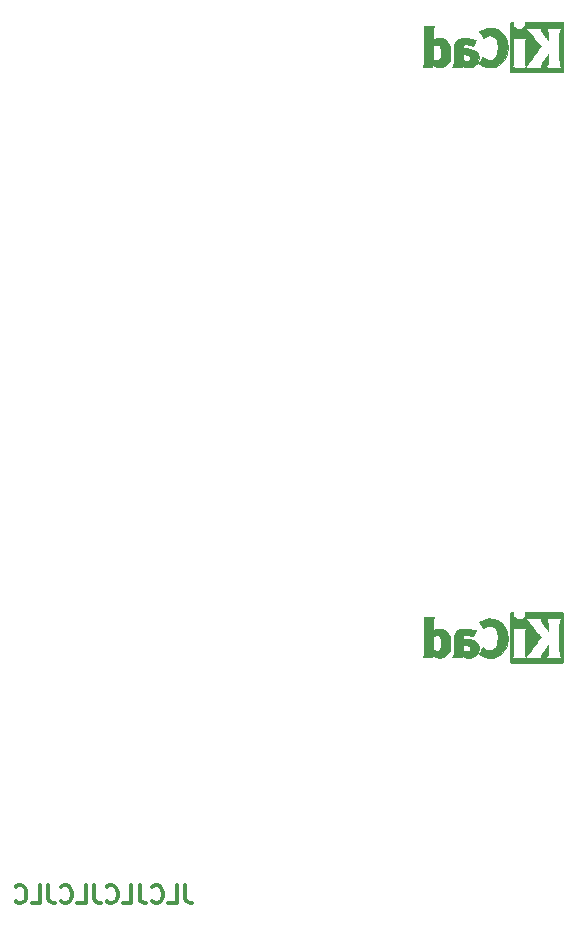
<source format=gbo>
G04 #@! TF.GenerationSoftware,KiCad,Pcbnew,(5.0.2)-1*
G04 #@! TF.CreationDate,2019-08-28T20:26:21+02:00*
G04 #@! TF.ProjectId,EleLab_v2_Bus100,456c654c-6162-45f7-9632-5f4275733130,rev?*
G04 #@! TF.SameCoordinates,Original*
G04 #@! TF.FileFunction,Legend,Bot*
G04 #@! TF.FilePolarity,Positive*
%FSLAX46Y46*%
G04 Gerber Fmt 4.6, Leading zero omitted, Abs format (unit mm)*
G04 Created by KiCad (PCBNEW (5.0.2)-1) date 28/08/2019 20:26:21*
%MOMM*%
%LPD*%
G01*
G04 APERTURE LIST*
%ADD10C,0.300000*%
%ADD11C,0.010000*%
%ADD12R,1.802000X1.802000*%
%ADD13O,1.802000X1.802000*%
%ADD14C,1.702000*%
%ADD15O,1.702000X1.702000*%
%ADD16C,5.700000*%
G04 APERTURE END LIST*
D10*
X117928571Y-124178571D02*
X117928571Y-125250000D01*
X118000000Y-125464285D01*
X118142857Y-125607142D01*
X118357142Y-125678571D01*
X118500000Y-125678571D01*
X116500000Y-125678571D02*
X117214285Y-125678571D01*
X117214285Y-124178571D01*
X115142857Y-125535714D02*
X115214285Y-125607142D01*
X115428571Y-125678571D01*
X115571428Y-125678571D01*
X115785714Y-125607142D01*
X115928571Y-125464285D01*
X116000000Y-125321428D01*
X116071428Y-125035714D01*
X116071428Y-124821428D01*
X116000000Y-124535714D01*
X115928571Y-124392857D01*
X115785714Y-124250000D01*
X115571428Y-124178571D01*
X115428571Y-124178571D01*
X115214285Y-124250000D01*
X115142857Y-124321428D01*
X114071428Y-124178571D02*
X114071428Y-125250000D01*
X114142857Y-125464285D01*
X114285714Y-125607142D01*
X114500000Y-125678571D01*
X114642857Y-125678571D01*
X112642857Y-125678571D02*
X113357142Y-125678571D01*
X113357142Y-124178571D01*
X111285714Y-125535714D02*
X111357142Y-125607142D01*
X111571428Y-125678571D01*
X111714285Y-125678571D01*
X111928571Y-125607142D01*
X112071428Y-125464285D01*
X112142857Y-125321428D01*
X112214285Y-125035714D01*
X112214285Y-124821428D01*
X112142857Y-124535714D01*
X112071428Y-124392857D01*
X111928571Y-124250000D01*
X111714285Y-124178571D01*
X111571428Y-124178571D01*
X111357142Y-124250000D01*
X111285714Y-124321428D01*
X110214285Y-124178571D02*
X110214285Y-125250000D01*
X110285714Y-125464285D01*
X110428571Y-125607142D01*
X110642857Y-125678571D01*
X110785714Y-125678571D01*
X108785714Y-125678571D02*
X109500000Y-125678571D01*
X109500000Y-124178571D01*
X107428571Y-125535714D02*
X107500000Y-125607142D01*
X107714285Y-125678571D01*
X107857142Y-125678571D01*
X108071428Y-125607142D01*
X108214285Y-125464285D01*
X108285714Y-125321428D01*
X108357142Y-125035714D01*
X108357142Y-124821428D01*
X108285714Y-124535714D01*
X108214285Y-124392857D01*
X108071428Y-124250000D01*
X107857142Y-124178571D01*
X107714285Y-124178571D01*
X107500000Y-124250000D01*
X107428571Y-124321428D01*
X106357142Y-124178571D02*
X106357142Y-125250000D01*
X106428571Y-125464285D01*
X106571428Y-125607142D01*
X106785714Y-125678571D01*
X106928571Y-125678571D01*
X104928571Y-125678571D02*
X105642857Y-125678571D01*
X105642857Y-124178571D01*
X103571428Y-125535714D02*
X103642857Y-125607142D01*
X103857142Y-125678571D01*
X104000000Y-125678571D01*
X104214285Y-125607142D01*
X104357142Y-125464285D01*
X104428571Y-125321428D01*
X104500000Y-125035714D01*
X104500000Y-124821428D01*
X104428571Y-124535714D01*
X104357142Y-124392857D01*
X104214285Y-124250000D01*
X104000000Y-124178571D01*
X103857142Y-124178571D01*
X103642857Y-124250000D01*
X103571428Y-124321428D01*
D11*
G04 #@! TO.C,LO_2*
G36*
X145548637Y-101042699D02*
X145526845Y-101049976D01*
X145508414Y-101066420D01*
X145493065Y-101095197D01*
X145480519Y-101139474D01*
X145470495Y-101202418D01*
X145462717Y-101287194D01*
X145456904Y-101396971D01*
X145452777Y-101534914D01*
X145450057Y-101704191D01*
X145448465Y-101907968D01*
X145447723Y-102149411D01*
X145447550Y-102431687D01*
X145447668Y-102757964D01*
X145447797Y-103131407D01*
X145447800Y-103190500D01*
X145447878Y-103565884D01*
X145448151Y-103893711D01*
X145448682Y-104177221D01*
X145449531Y-104419658D01*
X145450760Y-104624261D01*
X145452431Y-104794274D01*
X145454605Y-104932939D01*
X145457343Y-105043496D01*
X145460708Y-105129188D01*
X145464759Y-105193257D01*
X145469559Y-105238944D01*
X145475169Y-105269492D01*
X145481651Y-105288141D01*
X145487715Y-105296885D01*
X145498791Y-105303992D01*
X145518999Y-105310213D01*
X145551510Y-105315606D01*
X145599497Y-105320229D01*
X145666133Y-105324140D01*
X145754590Y-105327396D01*
X145868040Y-105330056D01*
X146009656Y-105332175D01*
X146182610Y-105333813D01*
X146390076Y-105335028D01*
X146635224Y-105335876D01*
X146921229Y-105336415D01*
X147251261Y-105336703D01*
X147628495Y-105336798D01*
X147683001Y-105336800D01*
X148066824Y-105336726D01*
X148403020Y-105336467D01*
X148694761Y-105335965D01*
X148945219Y-105335162D01*
X149157568Y-105334000D01*
X149334979Y-105332422D01*
X149480625Y-105330371D01*
X149597678Y-105327787D01*
X149689312Y-105324615D01*
X149758697Y-105320795D01*
X149809008Y-105316271D01*
X149843416Y-105310985D01*
X149865093Y-105304879D01*
X149877213Y-105297895D01*
X149878286Y-105296885D01*
X149885535Y-105285627D01*
X149891862Y-105265152D01*
X149897328Y-105232219D01*
X149901994Y-105183586D01*
X149905922Y-105116011D01*
X149909174Y-105026252D01*
X149911810Y-104911068D01*
X149913893Y-104767217D01*
X149915483Y-104591456D01*
X149916642Y-104380544D01*
X149917432Y-104131239D01*
X149917914Y-103840300D01*
X149918149Y-103504484D01*
X149918200Y-103190500D01*
X149918123Y-102815115D01*
X149917850Y-102487288D01*
X149917319Y-102203778D01*
X149916470Y-101961341D01*
X149915241Y-101756738D01*
X149914052Y-101635729D01*
X149638801Y-101635729D01*
X149628363Y-101660638D01*
X149602056Y-101714844D01*
X149588001Y-101742699D01*
X149577068Y-101765774D01*
X149567826Y-101791420D01*
X149560133Y-101823859D01*
X149553848Y-101867308D01*
X149548828Y-101925988D01*
X149544932Y-102004117D01*
X149542017Y-102105917D01*
X149539943Y-102235605D01*
X149538566Y-102397401D01*
X149537746Y-102595525D01*
X149537341Y-102834197D01*
X149537209Y-103117635D01*
X149537201Y-103254290D01*
X149537561Y-103517726D01*
X149538598Y-103766037D01*
X149540244Y-103994556D01*
X149542432Y-104198618D01*
X149545097Y-104373558D01*
X149548170Y-104514711D01*
X149551585Y-104617410D01*
X149555276Y-104676991D01*
X149557776Y-104690370D01*
X149582200Y-104730136D01*
X149608032Y-104784350D01*
X149637711Y-104854200D01*
X149111206Y-104853811D01*
X148956033Y-104852849D01*
X148821650Y-104850381D01*
X148715001Y-104846674D01*
X148643030Y-104841992D01*
X148612681Y-104836600D01*
X148612906Y-104834761D01*
X148642855Y-104800826D01*
X148678668Y-104742626D01*
X148682756Y-104734811D01*
X148697682Y-104697521D01*
X148708693Y-104647267D01*
X148716331Y-104576556D01*
X148721134Y-104477898D01*
X148723644Y-104343800D01*
X148724399Y-104166772D01*
X148724400Y-104156961D01*
X148723167Y-103979347D01*
X148719604Y-103836876D01*
X148713922Y-103733727D01*
X148706328Y-103674078D01*
X148699586Y-103660400D01*
X148670086Y-103679770D01*
X148632359Y-103726744D01*
X148630085Y-103730250D01*
X148589507Y-103787268D01*
X148555301Y-103825500D01*
X148524853Y-103862632D01*
X148484917Y-103924966D01*
X148471329Y-103948833D01*
X148429180Y-104015930D01*
X148366473Y-104104720D01*
X148295408Y-104198064D01*
X148281458Y-104215533D01*
X148173339Y-104358344D01*
X148082862Y-104494967D01*
X148014611Y-104617349D01*
X147973169Y-104717440D01*
X147962400Y-104775923D01*
X147962400Y-104854200D01*
X146835945Y-104854200D01*
X146848071Y-104840488D01*
X146692400Y-104840488D01*
X146668301Y-104844757D01*
X146601204Y-104848485D01*
X146498911Y-104851448D01*
X146369222Y-104853426D01*
X146219939Y-104854196D01*
X146209800Y-104854200D01*
X146033033Y-104853408D01*
X145901899Y-104850806D01*
X145811253Y-104846056D01*
X145755950Y-104838818D01*
X145730844Y-104828752D01*
X145728008Y-104822450D01*
X145742962Y-104778554D01*
X145766108Y-104741395D01*
X145775302Y-104722692D01*
X145782898Y-104690195D01*
X145789041Y-104639498D01*
X145793873Y-104566196D01*
X145797536Y-104465883D01*
X145800174Y-104334154D01*
X145801930Y-104166604D01*
X145802947Y-103958827D01*
X145803367Y-103706418D01*
X145803400Y-103592045D01*
X145803400Y-102492000D01*
X146668305Y-102492000D01*
X146629553Y-102566938D01*
X146619522Y-102592815D01*
X146611333Y-102631092D01*
X146604808Y-102686607D01*
X146599774Y-102764197D01*
X146596053Y-102868700D01*
X146593471Y-103004954D01*
X146591852Y-103177797D01*
X146591021Y-103392067D01*
X146590800Y-103634750D01*
X146590914Y-103886440D01*
X146591415Y-104092511D01*
X146592545Y-104258147D01*
X146594545Y-104388527D01*
X146597655Y-104488835D01*
X146602117Y-104564251D01*
X146608171Y-104619957D01*
X146616059Y-104661135D01*
X146626021Y-104692967D01*
X146638299Y-104720635D01*
X146641600Y-104727200D01*
X146672510Y-104790636D01*
X146690520Y-104833110D01*
X146692400Y-104840488D01*
X146848071Y-104840488D01*
X146897523Y-104784570D01*
X146941445Y-104735266D01*
X146969627Y-104704290D01*
X146971800Y-104702020D01*
X147029555Y-104638905D01*
X147101037Y-104554689D01*
X147176103Y-104462065D01*
X147244609Y-104373725D01*
X147296412Y-104302361D01*
X147316624Y-104270547D01*
X147356845Y-104206584D01*
X147420338Y-104115299D01*
X147498196Y-104008680D01*
X147581513Y-103898715D01*
X147661383Y-103797390D01*
X147723727Y-103722607D01*
X147784171Y-103645548D01*
X147840841Y-103561943D01*
X147845022Y-103555050D01*
X147972363Y-103356936D01*
X148068006Y-103226356D01*
X148137964Y-103135212D01*
X148056532Y-103047760D01*
X147986340Y-102968661D01*
X147896285Y-102861892D01*
X147796943Y-102740451D01*
X147698893Y-102617339D01*
X147612711Y-102505555D01*
X147583849Y-102466815D01*
X147279059Y-102086892D01*
X147039721Y-101829787D01*
X146840941Y-101628400D01*
X147386253Y-101628400D01*
X147571450Y-101628523D01*
X147712002Y-101629861D01*
X147814063Y-101633867D01*
X147883788Y-101641993D01*
X147927331Y-101655691D01*
X147950847Y-101676416D01*
X147960489Y-101705618D01*
X147962414Y-101744751D01*
X147962400Y-101764390D01*
X147977988Y-101817842D01*
X148017059Y-101885121D01*
X148034701Y-101908362D01*
X148093348Y-101985668D01*
X148156110Y-102076586D01*
X148178198Y-102111000D01*
X148221448Y-102177764D01*
X148255088Y-102224931D01*
X148266761Y-102238000D01*
X148296555Y-102267339D01*
X148345755Y-102323018D01*
X148405478Y-102394108D01*
X148466838Y-102469681D01*
X148520953Y-102538808D01*
X148558937Y-102590561D01*
X148572000Y-102613483D01*
X148588818Y-102642974D01*
X148630854Y-102690717D01*
X148648201Y-102707900D01*
X148724401Y-102780904D01*
X148724400Y-102361088D01*
X148722807Y-102178302D01*
X148717105Y-102035476D01*
X148705907Y-101921840D01*
X148687828Y-101826629D01*
X148661482Y-101739075D01*
X148635836Y-101672850D01*
X148632606Y-101657771D01*
X148641351Y-101646538D01*
X148668295Y-101638591D01*
X148719662Y-101633367D01*
X148801676Y-101630303D01*
X148920561Y-101628838D01*
X149082540Y-101628410D01*
X149128083Y-101628400D01*
X149282917Y-101628746D01*
X149418878Y-101629712D01*
X149528383Y-101631190D01*
X149603849Y-101633071D01*
X149637692Y-101635245D01*
X149638801Y-101635729D01*
X149914052Y-101635729D01*
X149913570Y-101586725D01*
X149911396Y-101448060D01*
X149908658Y-101337503D01*
X149905293Y-101251811D01*
X149901242Y-101187742D01*
X149896442Y-101142055D01*
X149890832Y-101111507D01*
X149884350Y-101092858D01*
X149878286Y-101084114D01*
X149865822Y-101075934D01*
X149843563Y-101068938D01*
X149807809Y-101063034D01*
X149754859Y-101058133D01*
X149681012Y-101054144D01*
X149582569Y-101050978D01*
X149455827Y-101048544D01*
X149297087Y-101046752D01*
X149102647Y-101045511D01*
X148868807Y-101044733D01*
X148591865Y-101044326D01*
X148268122Y-101044200D01*
X146641600Y-101044200D01*
X146641600Y-101140418D01*
X146621521Y-101256335D01*
X146568475Y-101375000D01*
X146493246Y-101475991D01*
X146440994Y-101520244D01*
X146327454Y-101567370D01*
X146196500Y-101577636D01*
X146062372Y-101553918D01*
X145939310Y-101499089D01*
X145841552Y-101416023D01*
X145826200Y-101396147D01*
X145779194Y-101295428D01*
X145757561Y-101179877D01*
X145746310Y-101044199D01*
X145636970Y-101044200D01*
X145603420Y-101042977D01*
X145574069Y-101041421D01*
X145548637Y-101042699D01*
X145548637Y-101042699D01*
G37*
X145548637Y-101042699D02*
X145526845Y-101049976D01*
X145508414Y-101066420D01*
X145493065Y-101095197D01*
X145480519Y-101139474D01*
X145470495Y-101202418D01*
X145462717Y-101287194D01*
X145456904Y-101396971D01*
X145452777Y-101534914D01*
X145450057Y-101704191D01*
X145448465Y-101907968D01*
X145447723Y-102149411D01*
X145447550Y-102431687D01*
X145447668Y-102757964D01*
X145447797Y-103131407D01*
X145447800Y-103190500D01*
X145447878Y-103565884D01*
X145448151Y-103893711D01*
X145448682Y-104177221D01*
X145449531Y-104419658D01*
X145450760Y-104624261D01*
X145452431Y-104794274D01*
X145454605Y-104932939D01*
X145457343Y-105043496D01*
X145460708Y-105129188D01*
X145464759Y-105193257D01*
X145469559Y-105238944D01*
X145475169Y-105269492D01*
X145481651Y-105288141D01*
X145487715Y-105296885D01*
X145498791Y-105303992D01*
X145518999Y-105310213D01*
X145551510Y-105315606D01*
X145599497Y-105320229D01*
X145666133Y-105324140D01*
X145754590Y-105327396D01*
X145868040Y-105330056D01*
X146009656Y-105332175D01*
X146182610Y-105333813D01*
X146390076Y-105335028D01*
X146635224Y-105335876D01*
X146921229Y-105336415D01*
X147251261Y-105336703D01*
X147628495Y-105336798D01*
X147683001Y-105336800D01*
X148066824Y-105336726D01*
X148403020Y-105336467D01*
X148694761Y-105335965D01*
X148945219Y-105335162D01*
X149157568Y-105334000D01*
X149334979Y-105332422D01*
X149480625Y-105330371D01*
X149597678Y-105327787D01*
X149689312Y-105324615D01*
X149758697Y-105320795D01*
X149809008Y-105316271D01*
X149843416Y-105310985D01*
X149865093Y-105304879D01*
X149877213Y-105297895D01*
X149878286Y-105296885D01*
X149885535Y-105285627D01*
X149891862Y-105265152D01*
X149897328Y-105232219D01*
X149901994Y-105183586D01*
X149905922Y-105116011D01*
X149909174Y-105026252D01*
X149911810Y-104911068D01*
X149913893Y-104767217D01*
X149915483Y-104591456D01*
X149916642Y-104380544D01*
X149917432Y-104131239D01*
X149917914Y-103840300D01*
X149918149Y-103504484D01*
X149918200Y-103190500D01*
X149918123Y-102815115D01*
X149917850Y-102487288D01*
X149917319Y-102203778D01*
X149916470Y-101961341D01*
X149915241Y-101756738D01*
X149914052Y-101635729D01*
X149638801Y-101635729D01*
X149628363Y-101660638D01*
X149602056Y-101714844D01*
X149588001Y-101742699D01*
X149577068Y-101765774D01*
X149567826Y-101791420D01*
X149560133Y-101823859D01*
X149553848Y-101867308D01*
X149548828Y-101925988D01*
X149544932Y-102004117D01*
X149542017Y-102105917D01*
X149539943Y-102235605D01*
X149538566Y-102397401D01*
X149537746Y-102595525D01*
X149537341Y-102834197D01*
X149537209Y-103117635D01*
X149537201Y-103254290D01*
X149537561Y-103517726D01*
X149538598Y-103766037D01*
X149540244Y-103994556D01*
X149542432Y-104198618D01*
X149545097Y-104373558D01*
X149548170Y-104514711D01*
X149551585Y-104617410D01*
X149555276Y-104676991D01*
X149557776Y-104690370D01*
X149582200Y-104730136D01*
X149608032Y-104784350D01*
X149637711Y-104854200D01*
X149111206Y-104853811D01*
X148956033Y-104852849D01*
X148821650Y-104850381D01*
X148715001Y-104846674D01*
X148643030Y-104841992D01*
X148612681Y-104836600D01*
X148612906Y-104834761D01*
X148642855Y-104800826D01*
X148678668Y-104742626D01*
X148682756Y-104734811D01*
X148697682Y-104697521D01*
X148708693Y-104647267D01*
X148716331Y-104576556D01*
X148721134Y-104477898D01*
X148723644Y-104343800D01*
X148724399Y-104166772D01*
X148724400Y-104156961D01*
X148723167Y-103979347D01*
X148719604Y-103836876D01*
X148713922Y-103733727D01*
X148706328Y-103674078D01*
X148699586Y-103660400D01*
X148670086Y-103679770D01*
X148632359Y-103726744D01*
X148630085Y-103730250D01*
X148589507Y-103787268D01*
X148555301Y-103825500D01*
X148524853Y-103862632D01*
X148484917Y-103924966D01*
X148471329Y-103948833D01*
X148429180Y-104015930D01*
X148366473Y-104104720D01*
X148295408Y-104198064D01*
X148281458Y-104215533D01*
X148173339Y-104358344D01*
X148082862Y-104494967D01*
X148014611Y-104617349D01*
X147973169Y-104717440D01*
X147962400Y-104775923D01*
X147962400Y-104854200D01*
X146835945Y-104854200D01*
X146848071Y-104840488D01*
X146692400Y-104840488D01*
X146668301Y-104844757D01*
X146601204Y-104848485D01*
X146498911Y-104851448D01*
X146369222Y-104853426D01*
X146219939Y-104854196D01*
X146209800Y-104854200D01*
X146033033Y-104853408D01*
X145901899Y-104850806D01*
X145811253Y-104846056D01*
X145755950Y-104838818D01*
X145730844Y-104828752D01*
X145728008Y-104822450D01*
X145742962Y-104778554D01*
X145766108Y-104741395D01*
X145775302Y-104722692D01*
X145782898Y-104690195D01*
X145789041Y-104639498D01*
X145793873Y-104566196D01*
X145797536Y-104465883D01*
X145800174Y-104334154D01*
X145801930Y-104166604D01*
X145802947Y-103958827D01*
X145803367Y-103706418D01*
X145803400Y-103592045D01*
X145803400Y-102492000D01*
X146668305Y-102492000D01*
X146629553Y-102566938D01*
X146619522Y-102592815D01*
X146611333Y-102631092D01*
X146604808Y-102686607D01*
X146599774Y-102764197D01*
X146596053Y-102868700D01*
X146593471Y-103004954D01*
X146591852Y-103177797D01*
X146591021Y-103392067D01*
X146590800Y-103634750D01*
X146590914Y-103886440D01*
X146591415Y-104092511D01*
X146592545Y-104258147D01*
X146594545Y-104388527D01*
X146597655Y-104488835D01*
X146602117Y-104564251D01*
X146608171Y-104619957D01*
X146616059Y-104661135D01*
X146626021Y-104692967D01*
X146638299Y-104720635D01*
X146641600Y-104727200D01*
X146672510Y-104790636D01*
X146690520Y-104833110D01*
X146692400Y-104840488D01*
X146848071Y-104840488D01*
X146897523Y-104784570D01*
X146941445Y-104735266D01*
X146969627Y-104704290D01*
X146971800Y-104702020D01*
X147029555Y-104638905D01*
X147101037Y-104554689D01*
X147176103Y-104462065D01*
X147244609Y-104373725D01*
X147296412Y-104302361D01*
X147316624Y-104270547D01*
X147356845Y-104206584D01*
X147420338Y-104115299D01*
X147498196Y-104008680D01*
X147581513Y-103898715D01*
X147661383Y-103797390D01*
X147723727Y-103722607D01*
X147784171Y-103645548D01*
X147840841Y-103561943D01*
X147845022Y-103555050D01*
X147972363Y-103356936D01*
X148068006Y-103226356D01*
X148137964Y-103135212D01*
X148056532Y-103047760D01*
X147986340Y-102968661D01*
X147896285Y-102861892D01*
X147796943Y-102740451D01*
X147698893Y-102617339D01*
X147612711Y-102505555D01*
X147583849Y-102466815D01*
X147279059Y-102086892D01*
X147039721Y-101829787D01*
X146840941Y-101628400D01*
X147386253Y-101628400D01*
X147571450Y-101628523D01*
X147712002Y-101629861D01*
X147814063Y-101633867D01*
X147883788Y-101641993D01*
X147927331Y-101655691D01*
X147950847Y-101676416D01*
X147960489Y-101705618D01*
X147962414Y-101744751D01*
X147962400Y-101764390D01*
X147977988Y-101817842D01*
X148017059Y-101885121D01*
X148034701Y-101908362D01*
X148093348Y-101985668D01*
X148156110Y-102076586D01*
X148178198Y-102111000D01*
X148221448Y-102177764D01*
X148255088Y-102224931D01*
X148266761Y-102238000D01*
X148296555Y-102267339D01*
X148345755Y-102323018D01*
X148405478Y-102394108D01*
X148466838Y-102469681D01*
X148520953Y-102538808D01*
X148558937Y-102590561D01*
X148572000Y-102613483D01*
X148588818Y-102642974D01*
X148630854Y-102690717D01*
X148648201Y-102707900D01*
X148724401Y-102780904D01*
X148724400Y-102361088D01*
X148722807Y-102178302D01*
X148717105Y-102035476D01*
X148705907Y-101921840D01*
X148687828Y-101826629D01*
X148661482Y-101739075D01*
X148635836Y-101672850D01*
X148632606Y-101657771D01*
X148641351Y-101646538D01*
X148668295Y-101638591D01*
X148719662Y-101633367D01*
X148801676Y-101630303D01*
X148920561Y-101628838D01*
X149082540Y-101628410D01*
X149128083Y-101628400D01*
X149282917Y-101628746D01*
X149418878Y-101629712D01*
X149528383Y-101631190D01*
X149603849Y-101633071D01*
X149637692Y-101635245D01*
X149638801Y-101635729D01*
X149914052Y-101635729D01*
X149913570Y-101586725D01*
X149911396Y-101448060D01*
X149908658Y-101337503D01*
X149905293Y-101251811D01*
X149901242Y-101187742D01*
X149896442Y-101142055D01*
X149890832Y-101111507D01*
X149884350Y-101092858D01*
X149878286Y-101084114D01*
X149865822Y-101075934D01*
X149843563Y-101068938D01*
X149807809Y-101063034D01*
X149754859Y-101058133D01*
X149681012Y-101054144D01*
X149582569Y-101050978D01*
X149455827Y-101048544D01*
X149297087Y-101046752D01*
X149102647Y-101045511D01*
X148868807Y-101044733D01*
X148591865Y-101044326D01*
X148268122Y-101044200D01*
X146641600Y-101044200D01*
X146641600Y-101140418D01*
X146621521Y-101256335D01*
X146568475Y-101375000D01*
X146493246Y-101475991D01*
X146440994Y-101520244D01*
X146327454Y-101567370D01*
X146196500Y-101577636D01*
X146062372Y-101553918D01*
X145939310Y-101499089D01*
X145841552Y-101416023D01*
X145826200Y-101396147D01*
X145779194Y-101295428D01*
X145757561Y-101179877D01*
X145746310Y-101044199D01*
X145636970Y-101044200D01*
X145603420Y-101042977D01*
X145574069Y-101041421D01*
X145548637Y-101042699D01*
G36*
X143455324Y-101606341D02*
X143414089Y-101616143D01*
X143343121Y-101638829D01*
X143247827Y-101674963D01*
X143140479Y-101719187D01*
X143033347Y-101766147D01*
X142938702Y-101810487D01*
X142868815Y-101846851D01*
X142837936Y-101867598D01*
X142847626Y-101890582D01*
X142879964Y-101945508D01*
X142928536Y-102022651D01*
X142986926Y-102112288D01*
X143048719Y-102204695D01*
X143107498Y-102290151D01*
X143156848Y-102358930D01*
X143189323Y-102400159D01*
X143217764Y-102397624D01*
X143269919Y-102367335D01*
X143313593Y-102333312D01*
X143458702Y-102241226D01*
X143623513Y-102195559D01*
X143781902Y-102194284D01*
X143952602Y-102234902D01*
X144096741Y-102318127D01*
X144213755Y-102442925D01*
X144303081Y-102608260D01*
X144364157Y-102813097D01*
X144396419Y-103056401D01*
X144399574Y-103330200D01*
X144378133Y-103577826D01*
X144333016Y-103783741D01*
X144262370Y-103952105D01*
X144164343Y-104087080D01*
X144037083Y-104192826D01*
X144007421Y-104211151D01*
X143930227Y-104251415D01*
X143858762Y-104272876D01*
X143770973Y-104280676D01*
X143707900Y-104281009D01*
X143548183Y-104265354D01*
X143409453Y-104217392D01*
X143275375Y-104130613D01*
X143225154Y-104088663D01*
X143170908Y-104044162D01*
X143134586Y-104020225D01*
X143126945Y-104018969D01*
X143104784Y-104052288D01*
X143065502Y-104116333D01*
X143014770Y-104201348D01*
X142958257Y-104297575D01*
X142901634Y-104395257D01*
X142850569Y-104484636D01*
X142810735Y-104555956D01*
X142787799Y-104599460D01*
X142784547Y-104608180D01*
X142809782Y-104621554D01*
X142867656Y-104652253D01*
X142945938Y-104693786D01*
X142950543Y-104696230D01*
X143112853Y-104776612D01*
X143255788Y-104831928D01*
X143397728Y-104866986D01*
X143557053Y-104886593D01*
X143707900Y-104894340D01*
X143900715Y-104895569D01*
X144052750Y-104886113D01*
X144143564Y-104870565D01*
X144375799Y-104785718D01*
X144588841Y-104656718D01*
X144778634Y-104487906D01*
X144941122Y-104283623D01*
X145072248Y-104048209D01*
X145167956Y-103786005D01*
X145172452Y-103769632D01*
X145208750Y-103583026D01*
X145227655Y-103368920D01*
X145229177Y-103145257D01*
X145213331Y-102929982D01*
X145180128Y-102741040D01*
X145171703Y-102709044D01*
X145069939Y-102435435D01*
X144927268Y-102189468D01*
X144746196Y-101974653D01*
X144529230Y-101794495D01*
X144508000Y-101780082D01*
X144330356Y-101687504D01*
X144122302Y-101621748D01*
X143897802Y-101584907D01*
X143670822Y-101579073D01*
X143455324Y-101606341D01*
X143455324Y-101606341D01*
G37*
X143455324Y-101606341D02*
X143414089Y-101616143D01*
X143343121Y-101638829D01*
X143247827Y-101674963D01*
X143140479Y-101719187D01*
X143033347Y-101766147D01*
X142938702Y-101810487D01*
X142868815Y-101846851D01*
X142837936Y-101867598D01*
X142847626Y-101890582D01*
X142879964Y-101945508D01*
X142928536Y-102022651D01*
X142986926Y-102112288D01*
X143048719Y-102204695D01*
X143107498Y-102290151D01*
X143156848Y-102358930D01*
X143189323Y-102400159D01*
X143217764Y-102397624D01*
X143269919Y-102367335D01*
X143313593Y-102333312D01*
X143458702Y-102241226D01*
X143623513Y-102195559D01*
X143781902Y-102194284D01*
X143952602Y-102234902D01*
X144096741Y-102318127D01*
X144213755Y-102442925D01*
X144303081Y-102608260D01*
X144364157Y-102813097D01*
X144396419Y-103056401D01*
X144399574Y-103330200D01*
X144378133Y-103577826D01*
X144333016Y-103783741D01*
X144262370Y-103952105D01*
X144164343Y-104087080D01*
X144037083Y-104192826D01*
X144007421Y-104211151D01*
X143930227Y-104251415D01*
X143858762Y-104272876D01*
X143770973Y-104280676D01*
X143707900Y-104281009D01*
X143548183Y-104265354D01*
X143409453Y-104217392D01*
X143275375Y-104130613D01*
X143225154Y-104088663D01*
X143170908Y-104044162D01*
X143134586Y-104020225D01*
X143126945Y-104018969D01*
X143104784Y-104052288D01*
X143065502Y-104116333D01*
X143014770Y-104201348D01*
X142958257Y-104297575D01*
X142901634Y-104395257D01*
X142850569Y-104484636D01*
X142810735Y-104555956D01*
X142787799Y-104599460D01*
X142784547Y-104608180D01*
X142809782Y-104621554D01*
X142867656Y-104652253D01*
X142945938Y-104693786D01*
X142950543Y-104696230D01*
X143112853Y-104776612D01*
X143255788Y-104831928D01*
X143397728Y-104866986D01*
X143557053Y-104886593D01*
X143707900Y-104894340D01*
X143900715Y-104895569D01*
X144052750Y-104886113D01*
X144143564Y-104870565D01*
X144375799Y-104785718D01*
X144588841Y-104656718D01*
X144778634Y-104487906D01*
X144941122Y-104283623D01*
X145072248Y-104048209D01*
X145167956Y-103786005D01*
X145172452Y-103769632D01*
X145208750Y-103583026D01*
X145227655Y-103368920D01*
X145229177Y-103145257D01*
X145213331Y-102929982D01*
X145180128Y-102741040D01*
X145171703Y-102709044D01*
X145069939Y-102435435D01*
X144927268Y-102189468D01*
X144746196Y-101974653D01*
X144529230Y-101794495D01*
X144508000Y-101780082D01*
X144330356Y-101687504D01*
X144122302Y-101621748D01*
X143897802Y-101584907D01*
X143670822Y-101579073D01*
X143455324Y-101606341D01*
G36*
X141372380Y-102452359D02*
X141196424Y-102492264D01*
X141077487Y-102536895D01*
X140984902Y-102592778D01*
X140902221Y-102666360D01*
X140849083Y-102721188D01*
X140805604Y-102772829D01*
X140770709Y-102826992D01*
X140743324Y-102889387D01*
X140722376Y-102965723D01*
X140706791Y-103061710D01*
X140695496Y-103183058D01*
X140687415Y-103335475D01*
X140681477Y-103524670D01*
X140676606Y-103756355D01*
X140674451Y-103877477D01*
X140670193Y-104109434D01*
X140666070Y-104296051D01*
X140661724Y-104442785D01*
X140656797Y-104555095D01*
X140650932Y-104638437D01*
X140643769Y-104698269D01*
X140634951Y-104740049D01*
X140624120Y-104769234D01*
X140614865Y-104785527D01*
X140569829Y-104854200D01*
X141380582Y-104854200D01*
X141396500Y-104700698D01*
X141495898Y-104768483D01*
X141652054Y-104847254D01*
X141832908Y-104893178D01*
X142022705Y-104904137D01*
X142205691Y-104878011D01*
X142239166Y-104868436D01*
X142425571Y-104786112D01*
X142576480Y-104668585D01*
X142689348Y-104519321D01*
X142761625Y-104341786D01*
X142790765Y-104139443D01*
X142791212Y-104117600D01*
X142790548Y-104088545D01*
X142062293Y-104088545D01*
X142058037Y-104177884D01*
X142047910Y-104208502D01*
X141985221Y-104289089D01*
X141890277Y-104343481D01*
X141776673Y-104367352D01*
X141658004Y-104356378D01*
X141620404Y-104344508D01*
X141533217Y-104302968D01*
X141477576Y-104250366D01*
X141447106Y-104175280D01*
X141435434Y-104066289D01*
X141434600Y-104011572D01*
X141434600Y-103812800D01*
X141600516Y-103812800D01*
X141764253Y-103827824D01*
X141902872Y-103870733D01*
X141998324Y-103931555D01*
X142040931Y-103998298D01*
X142062293Y-104088545D01*
X142790548Y-104088545D01*
X142788597Y-104003273D01*
X142774949Y-103915974D01*
X142745450Y-103832311D01*
X142722118Y-103782215D01*
X142617777Y-103625636D01*
X142473396Y-103499758D01*
X142289631Y-103404878D01*
X142067138Y-103341291D01*
X141806574Y-103309295D01*
X141666206Y-103305241D01*
X141427912Y-103304800D01*
X141441804Y-103201228D01*
X141477738Y-103087960D01*
X141549656Y-103009507D01*
X141656276Y-102966163D01*
X141796313Y-102958223D01*
X141968484Y-102985980D01*
X142145491Y-103040144D01*
X142229949Y-103067413D01*
X142294942Y-103082373D01*
X142326805Y-103081908D01*
X142327138Y-103081589D01*
X142344724Y-103049872D01*
X142374820Y-102983912D01*
X142412098Y-102896745D01*
X142451227Y-102801404D01*
X142486878Y-102710925D01*
X142513720Y-102638340D01*
X142526425Y-102596685D01*
X142526800Y-102593302D01*
X142505010Y-102574617D01*
X142461553Y-102568200D01*
X142409969Y-102562037D01*
X142323150Y-102545424D01*
X142214897Y-102521175D01*
X142137703Y-102502173D01*
X141871904Y-102451360D01*
X141613224Y-102434718D01*
X141372380Y-102452359D01*
X141372380Y-102452359D01*
G37*
X141372380Y-102452359D02*
X141196424Y-102492264D01*
X141077487Y-102536895D01*
X140984902Y-102592778D01*
X140902221Y-102666360D01*
X140849083Y-102721188D01*
X140805604Y-102772829D01*
X140770709Y-102826992D01*
X140743324Y-102889387D01*
X140722376Y-102965723D01*
X140706791Y-103061710D01*
X140695496Y-103183058D01*
X140687415Y-103335475D01*
X140681477Y-103524670D01*
X140676606Y-103756355D01*
X140674451Y-103877477D01*
X140670193Y-104109434D01*
X140666070Y-104296051D01*
X140661724Y-104442785D01*
X140656797Y-104555095D01*
X140650932Y-104638437D01*
X140643769Y-104698269D01*
X140634951Y-104740049D01*
X140624120Y-104769234D01*
X140614865Y-104785527D01*
X140569829Y-104854200D01*
X141380582Y-104854200D01*
X141396500Y-104700698D01*
X141495898Y-104768483D01*
X141652054Y-104847254D01*
X141832908Y-104893178D01*
X142022705Y-104904137D01*
X142205691Y-104878011D01*
X142239166Y-104868436D01*
X142425571Y-104786112D01*
X142576480Y-104668585D01*
X142689348Y-104519321D01*
X142761625Y-104341786D01*
X142790765Y-104139443D01*
X142791212Y-104117600D01*
X142790548Y-104088545D01*
X142062293Y-104088545D01*
X142058037Y-104177884D01*
X142047910Y-104208502D01*
X141985221Y-104289089D01*
X141890277Y-104343481D01*
X141776673Y-104367352D01*
X141658004Y-104356378D01*
X141620404Y-104344508D01*
X141533217Y-104302968D01*
X141477576Y-104250366D01*
X141447106Y-104175280D01*
X141435434Y-104066289D01*
X141434600Y-104011572D01*
X141434600Y-103812800D01*
X141600516Y-103812800D01*
X141764253Y-103827824D01*
X141902872Y-103870733D01*
X141998324Y-103931555D01*
X142040931Y-103998298D01*
X142062293Y-104088545D01*
X142790548Y-104088545D01*
X142788597Y-104003273D01*
X142774949Y-103915974D01*
X142745450Y-103832311D01*
X142722118Y-103782215D01*
X142617777Y-103625636D01*
X142473396Y-103499758D01*
X142289631Y-103404878D01*
X142067138Y-103341291D01*
X141806574Y-103309295D01*
X141666206Y-103305241D01*
X141427912Y-103304800D01*
X141441804Y-103201228D01*
X141477738Y-103087960D01*
X141549656Y-103009507D01*
X141656276Y-102966163D01*
X141796313Y-102958223D01*
X141968484Y-102985980D01*
X142145491Y-103040144D01*
X142229949Y-103067413D01*
X142294942Y-103082373D01*
X142326805Y-103081908D01*
X142327138Y-103081589D01*
X142344724Y-103049872D01*
X142374820Y-102983912D01*
X142412098Y-102896745D01*
X142451227Y-102801404D01*
X142486878Y-102710925D01*
X142513720Y-102638340D01*
X142526425Y-102596685D01*
X142526800Y-102593302D01*
X142505010Y-102574617D01*
X142461553Y-102568200D01*
X142409969Y-102562037D01*
X142323150Y-102545424D01*
X142214897Y-102521175D01*
X142137703Y-102502173D01*
X141871904Y-102451360D01*
X141613224Y-102434718D01*
X141372380Y-102452359D01*
G36*
X138152536Y-103057150D02*
X138150994Y-103387052D01*
X138149434Y-103669981D01*
X138147739Y-103909761D01*
X138145792Y-104110219D01*
X138143477Y-104275181D01*
X138140678Y-104408472D01*
X138137276Y-104513918D01*
X138133156Y-104595345D01*
X138128201Y-104656580D01*
X138122293Y-104701447D01*
X138115317Y-104733774D01*
X138107155Y-104757385D01*
X138100198Y-104771650D01*
X138055096Y-104854200D01*
X138869200Y-104854200D01*
X138869200Y-104778000D01*
X138872559Y-104724452D01*
X138880649Y-104701804D01*
X138880773Y-104701800D01*
X138906891Y-104714784D01*
X138959274Y-104747537D01*
X138986097Y-104765421D01*
X139118397Y-104832647D01*
X139278063Y-104879589D01*
X139446978Y-104903338D01*
X139607023Y-104900984D01*
X139707400Y-104881247D01*
X139891462Y-104799939D01*
X140056590Y-104678200D01*
X140191483Y-104525510D01*
X140252845Y-104423694D01*
X140320269Y-104266029D01*
X140364145Y-104099951D01*
X140387286Y-103911403D01*
X140392759Y-103724913D01*
X140391998Y-103711200D01*
X139591864Y-103711200D01*
X139587366Y-103886895D01*
X139573751Y-104020414D01*
X139548523Y-104119949D01*
X139509188Y-104193691D01*
X139453249Y-104249831D01*
X139420984Y-104272170D01*
X139314579Y-104310164D01*
X139188856Y-104307176D01*
X139053797Y-104263728D01*
X139029501Y-104251773D01*
X138932700Y-104201557D01*
X138925858Y-103652487D01*
X138919015Y-103103416D01*
X138986109Y-103059454D01*
X139049640Y-103032707D01*
X139139332Y-103012044D01*
X139197367Y-103005065D01*
X139285745Y-103001970D01*
X139344709Y-103012095D01*
X139395015Y-103040683D01*
X139421073Y-103061568D01*
X139488417Y-103135167D01*
X139537336Y-103230737D01*
X139569659Y-103355234D01*
X139587213Y-103515611D01*
X139591864Y-103711200D01*
X140391998Y-103711200D01*
X140376325Y-103428965D01*
X140328458Y-103169134D01*
X140249829Y-102946509D01*
X140141111Y-102762180D01*
X140002975Y-102617237D01*
X139836094Y-102512768D01*
X139641140Y-102449864D01*
X139601830Y-102442835D01*
X139486297Y-102434575D01*
X139358937Y-102441429D01*
X139232339Y-102460852D01*
X139119088Y-102490299D01*
X139031772Y-102527225D01*
X138983738Y-102567815D01*
X138962873Y-102592282D01*
X138946830Y-102587192D01*
X138935075Y-102548657D01*
X138927076Y-102472788D01*
X138922298Y-102355701D01*
X138920207Y-102193506D01*
X138920000Y-102103670D01*
X138920523Y-101929573D01*
X138922531Y-101798217D01*
X138926689Y-101701550D01*
X138933657Y-101631519D01*
X138944099Y-101580073D01*
X138958678Y-101539158D01*
X138968062Y-101519470D01*
X139016124Y-101425200D01*
X138159772Y-101425200D01*
X138152536Y-103057150D01*
X138152536Y-103057150D01*
G37*
X138152536Y-103057150D02*
X138150994Y-103387052D01*
X138149434Y-103669981D01*
X138147739Y-103909761D01*
X138145792Y-104110219D01*
X138143477Y-104275181D01*
X138140678Y-104408472D01*
X138137276Y-104513918D01*
X138133156Y-104595345D01*
X138128201Y-104656580D01*
X138122293Y-104701447D01*
X138115317Y-104733774D01*
X138107155Y-104757385D01*
X138100198Y-104771650D01*
X138055096Y-104854200D01*
X138869200Y-104854200D01*
X138869200Y-104778000D01*
X138872559Y-104724452D01*
X138880649Y-104701804D01*
X138880773Y-104701800D01*
X138906891Y-104714784D01*
X138959274Y-104747537D01*
X138986097Y-104765421D01*
X139118397Y-104832647D01*
X139278063Y-104879589D01*
X139446978Y-104903338D01*
X139607023Y-104900984D01*
X139707400Y-104881247D01*
X139891462Y-104799939D01*
X140056590Y-104678200D01*
X140191483Y-104525510D01*
X140252845Y-104423694D01*
X140320269Y-104266029D01*
X140364145Y-104099951D01*
X140387286Y-103911403D01*
X140392759Y-103724913D01*
X140391998Y-103711200D01*
X139591864Y-103711200D01*
X139587366Y-103886895D01*
X139573751Y-104020414D01*
X139548523Y-104119949D01*
X139509188Y-104193691D01*
X139453249Y-104249831D01*
X139420984Y-104272170D01*
X139314579Y-104310164D01*
X139188856Y-104307176D01*
X139053797Y-104263728D01*
X139029501Y-104251773D01*
X138932700Y-104201557D01*
X138925858Y-103652487D01*
X138919015Y-103103416D01*
X138986109Y-103059454D01*
X139049640Y-103032707D01*
X139139332Y-103012044D01*
X139197367Y-103005065D01*
X139285745Y-103001970D01*
X139344709Y-103012095D01*
X139395015Y-103040683D01*
X139421073Y-103061568D01*
X139488417Y-103135167D01*
X139537336Y-103230737D01*
X139569659Y-103355234D01*
X139587213Y-103515611D01*
X139591864Y-103711200D01*
X140391998Y-103711200D01*
X140376325Y-103428965D01*
X140328458Y-103169134D01*
X140249829Y-102946509D01*
X140141111Y-102762180D01*
X140002975Y-102617237D01*
X139836094Y-102512768D01*
X139641140Y-102449864D01*
X139601830Y-102442835D01*
X139486297Y-102434575D01*
X139358937Y-102441429D01*
X139232339Y-102460852D01*
X139119088Y-102490299D01*
X139031772Y-102527225D01*
X138983738Y-102567815D01*
X138962873Y-102592282D01*
X138946830Y-102587192D01*
X138935075Y-102548657D01*
X138927076Y-102472788D01*
X138922298Y-102355701D01*
X138920207Y-102193506D01*
X138920000Y-102103670D01*
X138920523Y-101929573D01*
X138922531Y-101798217D01*
X138926689Y-101701550D01*
X138933657Y-101631519D01*
X138944099Y-101580073D01*
X138958678Y-101539158D01*
X138968062Y-101519470D01*
X139016124Y-101425200D01*
X138159772Y-101425200D01*
X138152536Y-103057150D01*
G36*
X138152536Y-53057150D02*
X138150994Y-53387052D01*
X138149434Y-53669981D01*
X138147739Y-53909761D01*
X138145792Y-54110219D01*
X138143477Y-54275181D01*
X138140678Y-54408472D01*
X138137276Y-54513918D01*
X138133156Y-54595345D01*
X138128201Y-54656580D01*
X138122293Y-54701447D01*
X138115317Y-54733774D01*
X138107155Y-54757385D01*
X138100198Y-54771650D01*
X138055096Y-54854200D01*
X138869200Y-54854200D01*
X138869200Y-54778000D01*
X138872559Y-54724452D01*
X138880649Y-54701804D01*
X138880773Y-54701800D01*
X138906891Y-54714784D01*
X138959274Y-54747537D01*
X138986097Y-54765421D01*
X139118397Y-54832647D01*
X139278063Y-54879589D01*
X139446978Y-54903338D01*
X139607023Y-54900984D01*
X139707400Y-54881247D01*
X139891462Y-54799939D01*
X140056590Y-54678200D01*
X140191483Y-54525510D01*
X140252845Y-54423694D01*
X140320269Y-54266029D01*
X140364145Y-54099951D01*
X140387286Y-53911403D01*
X140392759Y-53724913D01*
X140391998Y-53711200D01*
X139591864Y-53711200D01*
X139587366Y-53886895D01*
X139573751Y-54020414D01*
X139548523Y-54119949D01*
X139509188Y-54193691D01*
X139453249Y-54249831D01*
X139420984Y-54272170D01*
X139314579Y-54310164D01*
X139188856Y-54307176D01*
X139053797Y-54263728D01*
X139029501Y-54251773D01*
X138932700Y-54201557D01*
X138925858Y-53652487D01*
X138919015Y-53103416D01*
X138986109Y-53059454D01*
X139049640Y-53032707D01*
X139139332Y-53012044D01*
X139197367Y-53005065D01*
X139285745Y-53001970D01*
X139344709Y-53012095D01*
X139395015Y-53040683D01*
X139421073Y-53061568D01*
X139488417Y-53135167D01*
X139537336Y-53230737D01*
X139569659Y-53355234D01*
X139587213Y-53515611D01*
X139591864Y-53711200D01*
X140391998Y-53711200D01*
X140376325Y-53428965D01*
X140328458Y-53169134D01*
X140249829Y-52946509D01*
X140141111Y-52762180D01*
X140002975Y-52617237D01*
X139836094Y-52512768D01*
X139641140Y-52449864D01*
X139601830Y-52442835D01*
X139486297Y-52434575D01*
X139358937Y-52441429D01*
X139232339Y-52460852D01*
X139119088Y-52490299D01*
X139031772Y-52527225D01*
X138983738Y-52567815D01*
X138962873Y-52592282D01*
X138946830Y-52587192D01*
X138935075Y-52548657D01*
X138927076Y-52472788D01*
X138922298Y-52355701D01*
X138920207Y-52193506D01*
X138920000Y-52103670D01*
X138920523Y-51929573D01*
X138922531Y-51798217D01*
X138926689Y-51701550D01*
X138933657Y-51631519D01*
X138944099Y-51580073D01*
X138958678Y-51539158D01*
X138968062Y-51519470D01*
X139016124Y-51425200D01*
X138159772Y-51425200D01*
X138152536Y-53057150D01*
X138152536Y-53057150D01*
G37*
X138152536Y-53057150D02*
X138150994Y-53387052D01*
X138149434Y-53669981D01*
X138147739Y-53909761D01*
X138145792Y-54110219D01*
X138143477Y-54275181D01*
X138140678Y-54408472D01*
X138137276Y-54513918D01*
X138133156Y-54595345D01*
X138128201Y-54656580D01*
X138122293Y-54701447D01*
X138115317Y-54733774D01*
X138107155Y-54757385D01*
X138100198Y-54771650D01*
X138055096Y-54854200D01*
X138869200Y-54854200D01*
X138869200Y-54778000D01*
X138872559Y-54724452D01*
X138880649Y-54701804D01*
X138880773Y-54701800D01*
X138906891Y-54714784D01*
X138959274Y-54747537D01*
X138986097Y-54765421D01*
X139118397Y-54832647D01*
X139278063Y-54879589D01*
X139446978Y-54903338D01*
X139607023Y-54900984D01*
X139707400Y-54881247D01*
X139891462Y-54799939D01*
X140056590Y-54678200D01*
X140191483Y-54525510D01*
X140252845Y-54423694D01*
X140320269Y-54266029D01*
X140364145Y-54099951D01*
X140387286Y-53911403D01*
X140392759Y-53724913D01*
X140391998Y-53711200D01*
X139591864Y-53711200D01*
X139587366Y-53886895D01*
X139573751Y-54020414D01*
X139548523Y-54119949D01*
X139509188Y-54193691D01*
X139453249Y-54249831D01*
X139420984Y-54272170D01*
X139314579Y-54310164D01*
X139188856Y-54307176D01*
X139053797Y-54263728D01*
X139029501Y-54251773D01*
X138932700Y-54201557D01*
X138925858Y-53652487D01*
X138919015Y-53103416D01*
X138986109Y-53059454D01*
X139049640Y-53032707D01*
X139139332Y-53012044D01*
X139197367Y-53005065D01*
X139285745Y-53001970D01*
X139344709Y-53012095D01*
X139395015Y-53040683D01*
X139421073Y-53061568D01*
X139488417Y-53135167D01*
X139537336Y-53230737D01*
X139569659Y-53355234D01*
X139587213Y-53515611D01*
X139591864Y-53711200D01*
X140391998Y-53711200D01*
X140376325Y-53428965D01*
X140328458Y-53169134D01*
X140249829Y-52946509D01*
X140141111Y-52762180D01*
X140002975Y-52617237D01*
X139836094Y-52512768D01*
X139641140Y-52449864D01*
X139601830Y-52442835D01*
X139486297Y-52434575D01*
X139358937Y-52441429D01*
X139232339Y-52460852D01*
X139119088Y-52490299D01*
X139031772Y-52527225D01*
X138983738Y-52567815D01*
X138962873Y-52592282D01*
X138946830Y-52587192D01*
X138935075Y-52548657D01*
X138927076Y-52472788D01*
X138922298Y-52355701D01*
X138920207Y-52193506D01*
X138920000Y-52103670D01*
X138920523Y-51929573D01*
X138922531Y-51798217D01*
X138926689Y-51701550D01*
X138933657Y-51631519D01*
X138944099Y-51580073D01*
X138958678Y-51539158D01*
X138968062Y-51519470D01*
X139016124Y-51425200D01*
X138159772Y-51425200D01*
X138152536Y-53057150D01*
G36*
X141372380Y-52452359D02*
X141196424Y-52492264D01*
X141077487Y-52536895D01*
X140984902Y-52592778D01*
X140902221Y-52666360D01*
X140849083Y-52721188D01*
X140805604Y-52772829D01*
X140770709Y-52826992D01*
X140743324Y-52889387D01*
X140722376Y-52965723D01*
X140706791Y-53061710D01*
X140695496Y-53183058D01*
X140687415Y-53335475D01*
X140681477Y-53524670D01*
X140676606Y-53756355D01*
X140674451Y-53877477D01*
X140670193Y-54109434D01*
X140666070Y-54296051D01*
X140661724Y-54442785D01*
X140656797Y-54555095D01*
X140650932Y-54638437D01*
X140643769Y-54698269D01*
X140634951Y-54740049D01*
X140624120Y-54769234D01*
X140614865Y-54785527D01*
X140569829Y-54854200D01*
X141380582Y-54854200D01*
X141396500Y-54700698D01*
X141495898Y-54768483D01*
X141652054Y-54847254D01*
X141832908Y-54893178D01*
X142022705Y-54904137D01*
X142205691Y-54878011D01*
X142239166Y-54868436D01*
X142425571Y-54786112D01*
X142576480Y-54668585D01*
X142689348Y-54519321D01*
X142761625Y-54341786D01*
X142790765Y-54139443D01*
X142791212Y-54117600D01*
X142790548Y-54088545D01*
X142062293Y-54088545D01*
X142058037Y-54177884D01*
X142047910Y-54208502D01*
X141985221Y-54289089D01*
X141890277Y-54343481D01*
X141776673Y-54367352D01*
X141658004Y-54356378D01*
X141620404Y-54344508D01*
X141533217Y-54302968D01*
X141477576Y-54250366D01*
X141447106Y-54175280D01*
X141435434Y-54066289D01*
X141434600Y-54011572D01*
X141434600Y-53812800D01*
X141600516Y-53812800D01*
X141764253Y-53827824D01*
X141902872Y-53870733D01*
X141998324Y-53931555D01*
X142040931Y-53998298D01*
X142062293Y-54088545D01*
X142790548Y-54088545D01*
X142788597Y-54003273D01*
X142774949Y-53915974D01*
X142745450Y-53832311D01*
X142722118Y-53782215D01*
X142617777Y-53625636D01*
X142473396Y-53499758D01*
X142289631Y-53404878D01*
X142067138Y-53341291D01*
X141806574Y-53309295D01*
X141666206Y-53305241D01*
X141427912Y-53304800D01*
X141441804Y-53201228D01*
X141477738Y-53087960D01*
X141549656Y-53009507D01*
X141656276Y-52966163D01*
X141796313Y-52958223D01*
X141968484Y-52985980D01*
X142145491Y-53040144D01*
X142229949Y-53067413D01*
X142294942Y-53082373D01*
X142326805Y-53081908D01*
X142327138Y-53081589D01*
X142344724Y-53049872D01*
X142374820Y-52983912D01*
X142412098Y-52896745D01*
X142451227Y-52801404D01*
X142486878Y-52710925D01*
X142513720Y-52638340D01*
X142526425Y-52596685D01*
X142526800Y-52593302D01*
X142505010Y-52574617D01*
X142461553Y-52568200D01*
X142409969Y-52562037D01*
X142323150Y-52545424D01*
X142214897Y-52521175D01*
X142137703Y-52502173D01*
X141871904Y-52451360D01*
X141613224Y-52434718D01*
X141372380Y-52452359D01*
X141372380Y-52452359D01*
G37*
X141372380Y-52452359D02*
X141196424Y-52492264D01*
X141077487Y-52536895D01*
X140984902Y-52592778D01*
X140902221Y-52666360D01*
X140849083Y-52721188D01*
X140805604Y-52772829D01*
X140770709Y-52826992D01*
X140743324Y-52889387D01*
X140722376Y-52965723D01*
X140706791Y-53061710D01*
X140695496Y-53183058D01*
X140687415Y-53335475D01*
X140681477Y-53524670D01*
X140676606Y-53756355D01*
X140674451Y-53877477D01*
X140670193Y-54109434D01*
X140666070Y-54296051D01*
X140661724Y-54442785D01*
X140656797Y-54555095D01*
X140650932Y-54638437D01*
X140643769Y-54698269D01*
X140634951Y-54740049D01*
X140624120Y-54769234D01*
X140614865Y-54785527D01*
X140569829Y-54854200D01*
X141380582Y-54854200D01*
X141396500Y-54700698D01*
X141495898Y-54768483D01*
X141652054Y-54847254D01*
X141832908Y-54893178D01*
X142022705Y-54904137D01*
X142205691Y-54878011D01*
X142239166Y-54868436D01*
X142425571Y-54786112D01*
X142576480Y-54668585D01*
X142689348Y-54519321D01*
X142761625Y-54341786D01*
X142790765Y-54139443D01*
X142791212Y-54117600D01*
X142790548Y-54088545D01*
X142062293Y-54088545D01*
X142058037Y-54177884D01*
X142047910Y-54208502D01*
X141985221Y-54289089D01*
X141890277Y-54343481D01*
X141776673Y-54367352D01*
X141658004Y-54356378D01*
X141620404Y-54344508D01*
X141533217Y-54302968D01*
X141477576Y-54250366D01*
X141447106Y-54175280D01*
X141435434Y-54066289D01*
X141434600Y-54011572D01*
X141434600Y-53812800D01*
X141600516Y-53812800D01*
X141764253Y-53827824D01*
X141902872Y-53870733D01*
X141998324Y-53931555D01*
X142040931Y-53998298D01*
X142062293Y-54088545D01*
X142790548Y-54088545D01*
X142788597Y-54003273D01*
X142774949Y-53915974D01*
X142745450Y-53832311D01*
X142722118Y-53782215D01*
X142617777Y-53625636D01*
X142473396Y-53499758D01*
X142289631Y-53404878D01*
X142067138Y-53341291D01*
X141806574Y-53309295D01*
X141666206Y-53305241D01*
X141427912Y-53304800D01*
X141441804Y-53201228D01*
X141477738Y-53087960D01*
X141549656Y-53009507D01*
X141656276Y-52966163D01*
X141796313Y-52958223D01*
X141968484Y-52985980D01*
X142145491Y-53040144D01*
X142229949Y-53067413D01*
X142294942Y-53082373D01*
X142326805Y-53081908D01*
X142327138Y-53081589D01*
X142344724Y-53049872D01*
X142374820Y-52983912D01*
X142412098Y-52896745D01*
X142451227Y-52801404D01*
X142486878Y-52710925D01*
X142513720Y-52638340D01*
X142526425Y-52596685D01*
X142526800Y-52593302D01*
X142505010Y-52574617D01*
X142461553Y-52568200D01*
X142409969Y-52562037D01*
X142323150Y-52545424D01*
X142214897Y-52521175D01*
X142137703Y-52502173D01*
X141871904Y-52451360D01*
X141613224Y-52434718D01*
X141372380Y-52452359D01*
G36*
X143455324Y-51606341D02*
X143414089Y-51616143D01*
X143343121Y-51638829D01*
X143247827Y-51674963D01*
X143140479Y-51719187D01*
X143033347Y-51766147D01*
X142938702Y-51810487D01*
X142868815Y-51846851D01*
X142837936Y-51867598D01*
X142847626Y-51890582D01*
X142879964Y-51945508D01*
X142928536Y-52022651D01*
X142986926Y-52112288D01*
X143048719Y-52204695D01*
X143107498Y-52290151D01*
X143156848Y-52358930D01*
X143189323Y-52400159D01*
X143217764Y-52397624D01*
X143269919Y-52367335D01*
X143313593Y-52333312D01*
X143458702Y-52241226D01*
X143623513Y-52195559D01*
X143781902Y-52194284D01*
X143952602Y-52234902D01*
X144096741Y-52318127D01*
X144213755Y-52442925D01*
X144303081Y-52608260D01*
X144364157Y-52813097D01*
X144396419Y-53056401D01*
X144399574Y-53330200D01*
X144378133Y-53577826D01*
X144333016Y-53783741D01*
X144262370Y-53952105D01*
X144164343Y-54087080D01*
X144037083Y-54192826D01*
X144007421Y-54211151D01*
X143930227Y-54251415D01*
X143858762Y-54272876D01*
X143770973Y-54280676D01*
X143707900Y-54281009D01*
X143548183Y-54265354D01*
X143409453Y-54217392D01*
X143275375Y-54130613D01*
X143225154Y-54088663D01*
X143170908Y-54044162D01*
X143134586Y-54020225D01*
X143126945Y-54018969D01*
X143104784Y-54052288D01*
X143065502Y-54116333D01*
X143014770Y-54201348D01*
X142958257Y-54297575D01*
X142901634Y-54395257D01*
X142850569Y-54484636D01*
X142810735Y-54555956D01*
X142787799Y-54599460D01*
X142784547Y-54608180D01*
X142809782Y-54621554D01*
X142867656Y-54652253D01*
X142945938Y-54693786D01*
X142950543Y-54696230D01*
X143112853Y-54776612D01*
X143255788Y-54831928D01*
X143397728Y-54866986D01*
X143557053Y-54886593D01*
X143707900Y-54894340D01*
X143900715Y-54895569D01*
X144052750Y-54886113D01*
X144143564Y-54870565D01*
X144375799Y-54785718D01*
X144588841Y-54656718D01*
X144778634Y-54487906D01*
X144941122Y-54283623D01*
X145072248Y-54048209D01*
X145167956Y-53786005D01*
X145172452Y-53769632D01*
X145208750Y-53583026D01*
X145227655Y-53368920D01*
X145229177Y-53145257D01*
X145213331Y-52929982D01*
X145180128Y-52741040D01*
X145171703Y-52709044D01*
X145069939Y-52435435D01*
X144927268Y-52189468D01*
X144746196Y-51974653D01*
X144529230Y-51794495D01*
X144508000Y-51780082D01*
X144330356Y-51687504D01*
X144122302Y-51621748D01*
X143897802Y-51584907D01*
X143670822Y-51579073D01*
X143455324Y-51606341D01*
X143455324Y-51606341D01*
G37*
X143455324Y-51606341D02*
X143414089Y-51616143D01*
X143343121Y-51638829D01*
X143247827Y-51674963D01*
X143140479Y-51719187D01*
X143033347Y-51766147D01*
X142938702Y-51810487D01*
X142868815Y-51846851D01*
X142837936Y-51867598D01*
X142847626Y-51890582D01*
X142879964Y-51945508D01*
X142928536Y-52022651D01*
X142986926Y-52112288D01*
X143048719Y-52204695D01*
X143107498Y-52290151D01*
X143156848Y-52358930D01*
X143189323Y-52400159D01*
X143217764Y-52397624D01*
X143269919Y-52367335D01*
X143313593Y-52333312D01*
X143458702Y-52241226D01*
X143623513Y-52195559D01*
X143781902Y-52194284D01*
X143952602Y-52234902D01*
X144096741Y-52318127D01*
X144213755Y-52442925D01*
X144303081Y-52608260D01*
X144364157Y-52813097D01*
X144396419Y-53056401D01*
X144399574Y-53330200D01*
X144378133Y-53577826D01*
X144333016Y-53783741D01*
X144262370Y-53952105D01*
X144164343Y-54087080D01*
X144037083Y-54192826D01*
X144007421Y-54211151D01*
X143930227Y-54251415D01*
X143858762Y-54272876D01*
X143770973Y-54280676D01*
X143707900Y-54281009D01*
X143548183Y-54265354D01*
X143409453Y-54217392D01*
X143275375Y-54130613D01*
X143225154Y-54088663D01*
X143170908Y-54044162D01*
X143134586Y-54020225D01*
X143126945Y-54018969D01*
X143104784Y-54052288D01*
X143065502Y-54116333D01*
X143014770Y-54201348D01*
X142958257Y-54297575D01*
X142901634Y-54395257D01*
X142850569Y-54484636D01*
X142810735Y-54555956D01*
X142787799Y-54599460D01*
X142784547Y-54608180D01*
X142809782Y-54621554D01*
X142867656Y-54652253D01*
X142945938Y-54693786D01*
X142950543Y-54696230D01*
X143112853Y-54776612D01*
X143255788Y-54831928D01*
X143397728Y-54866986D01*
X143557053Y-54886593D01*
X143707900Y-54894340D01*
X143900715Y-54895569D01*
X144052750Y-54886113D01*
X144143564Y-54870565D01*
X144375799Y-54785718D01*
X144588841Y-54656718D01*
X144778634Y-54487906D01*
X144941122Y-54283623D01*
X145072248Y-54048209D01*
X145167956Y-53786005D01*
X145172452Y-53769632D01*
X145208750Y-53583026D01*
X145227655Y-53368920D01*
X145229177Y-53145257D01*
X145213331Y-52929982D01*
X145180128Y-52741040D01*
X145171703Y-52709044D01*
X145069939Y-52435435D01*
X144927268Y-52189468D01*
X144746196Y-51974653D01*
X144529230Y-51794495D01*
X144508000Y-51780082D01*
X144330356Y-51687504D01*
X144122302Y-51621748D01*
X143897802Y-51584907D01*
X143670822Y-51579073D01*
X143455324Y-51606341D01*
G36*
X145548637Y-51042699D02*
X145526845Y-51049976D01*
X145508414Y-51066420D01*
X145493065Y-51095197D01*
X145480519Y-51139474D01*
X145470495Y-51202418D01*
X145462717Y-51287194D01*
X145456904Y-51396971D01*
X145452777Y-51534914D01*
X145450057Y-51704191D01*
X145448465Y-51907968D01*
X145447723Y-52149411D01*
X145447550Y-52431687D01*
X145447668Y-52757964D01*
X145447797Y-53131407D01*
X145447800Y-53190500D01*
X145447878Y-53565884D01*
X145448151Y-53893711D01*
X145448682Y-54177221D01*
X145449531Y-54419658D01*
X145450760Y-54624261D01*
X145452431Y-54794274D01*
X145454605Y-54932939D01*
X145457343Y-55043496D01*
X145460708Y-55129188D01*
X145464759Y-55193257D01*
X145469559Y-55238944D01*
X145475169Y-55269492D01*
X145481651Y-55288141D01*
X145487715Y-55296885D01*
X145498791Y-55303992D01*
X145518999Y-55310213D01*
X145551510Y-55315606D01*
X145599497Y-55320229D01*
X145666133Y-55324140D01*
X145754590Y-55327396D01*
X145868040Y-55330056D01*
X146009656Y-55332175D01*
X146182610Y-55333813D01*
X146390076Y-55335028D01*
X146635224Y-55335876D01*
X146921229Y-55336415D01*
X147251261Y-55336703D01*
X147628495Y-55336798D01*
X147683001Y-55336800D01*
X148066824Y-55336726D01*
X148403020Y-55336467D01*
X148694761Y-55335965D01*
X148945219Y-55335162D01*
X149157568Y-55334000D01*
X149334979Y-55332422D01*
X149480625Y-55330371D01*
X149597678Y-55327787D01*
X149689312Y-55324615D01*
X149758697Y-55320795D01*
X149809008Y-55316271D01*
X149843416Y-55310985D01*
X149865093Y-55304879D01*
X149877213Y-55297895D01*
X149878286Y-55296885D01*
X149885535Y-55285627D01*
X149891862Y-55265152D01*
X149897328Y-55232219D01*
X149901994Y-55183586D01*
X149905922Y-55116011D01*
X149909174Y-55026252D01*
X149911810Y-54911068D01*
X149913893Y-54767217D01*
X149915483Y-54591456D01*
X149916642Y-54380544D01*
X149917432Y-54131239D01*
X149917914Y-53840300D01*
X149918149Y-53504484D01*
X149918200Y-53190500D01*
X149918123Y-52815115D01*
X149917850Y-52487288D01*
X149917319Y-52203778D01*
X149916470Y-51961341D01*
X149915241Y-51756738D01*
X149914052Y-51635729D01*
X149638801Y-51635729D01*
X149628363Y-51660638D01*
X149602056Y-51714844D01*
X149588001Y-51742699D01*
X149577068Y-51765774D01*
X149567826Y-51791420D01*
X149560133Y-51823859D01*
X149553848Y-51867308D01*
X149548828Y-51925988D01*
X149544932Y-52004117D01*
X149542017Y-52105917D01*
X149539943Y-52235605D01*
X149538566Y-52397401D01*
X149537746Y-52595525D01*
X149537341Y-52834197D01*
X149537209Y-53117635D01*
X149537201Y-53254290D01*
X149537561Y-53517726D01*
X149538598Y-53766037D01*
X149540244Y-53994556D01*
X149542432Y-54198618D01*
X149545097Y-54373558D01*
X149548170Y-54514711D01*
X149551585Y-54617410D01*
X149555276Y-54676991D01*
X149557776Y-54690370D01*
X149582200Y-54730136D01*
X149608032Y-54784350D01*
X149637711Y-54854200D01*
X149111206Y-54853811D01*
X148956033Y-54852849D01*
X148821650Y-54850381D01*
X148715001Y-54846674D01*
X148643030Y-54841992D01*
X148612681Y-54836600D01*
X148612906Y-54834761D01*
X148642855Y-54800826D01*
X148678668Y-54742626D01*
X148682756Y-54734811D01*
X148697682Y-54697521D01*
X148708693Y-54647267D01*
X148716331Y-54576556D01*
X148721134Y-54477898D01*
X148723644Y-54343800D01*
X148724399Y-54166772D01*
X148724400Y-54156961D01*
X148723167Y-53979347D01*
X148719604Y-53836876D01*
X148713922Y-53733727D01*
X148706328Y-53674078D01*
X148699586Y-53660400D01*
X148670086Y-53679770D01*
X148632359Y-53726744D01*
X148630085Y-53730250D01*
X148589507Y-53787268D01*
X148555301Y-53825500D01*
X148524853Y-53862632D01*
X148484917Y-53924966D01*
X148471329Y-53948833D01*
X148429180Y-54015930D01*
X148366473Y-54104720D01*
X148295408Y-54198064D01*
X148281458Y-54215533D01*
X148173339Y-54358344D01*
X148082862Y-54494967D01*
X148014611Y-54617349D01*
X147973169Y-54717440D01*
X147962400Y-54775923D01*
X147962400Y-54854200D01*
X146835945Y-54854200D01*
X146848071Y-54840488D01*
X146692400Y-54840488D01*
X146668301Y-54844757D01*
X146601204Y-54848485D01*
X146498911Y-54851448D01*
X146369222Y-54853426D01*
X146219939Y-54854196D01*
X146209800Y-54854200D01*
X146033033Y-54853408D01*
X145901899Y-54850806D01*
X145811253Y-54846056D01*
X145755950Y-54838818D01*
X145730844Y-54828752D01*
X145728008Y-54822450D01*
X145742962Y-54778554D01*
X145766108Y-54741395D01*
X145775302Y-54722692D01*
X145782898Y-54690195D01*
X145789041Y-54639498D01*
X145793873Y-54566196D01*
X145797536Y-54465883D01*
X145800174Y-54334154D01*
X145801930Y-54166604D01*
X145802947Y-53958827D01*
X145803367Y-53706418D01*
X145803400Y-53592045D01*
X145803400Y-52492000D01*
X146668305Y-52492000D01*
X146629553Y-52566938D01*
X146619522Y-52592815D01*
X146611333Y-52631092D01*
X146604808Y-52686607D01*
X146599774Y-52764197D01*
X146596053Y-52868700D01*
X146593471Y-53004954D01*
X146591852Y-53177797D01*
X146591021Y-53392067D01*
X146590800Y-53634750D01*
X146590914Y-53886440D01*
X146591415Y-54092511D01*
X146592545Y-54258147D01*
X146594545Y-54388527D01*
X146597655Y-54488835D01*
X146602117Y-54564251D01*
X146608171Y-54619957D01*
X146616059Y-54661135D01*
X146626021Y-54692967D01*
X146638299Y-54720635D01*
X146641600Y-54727200D01*
X146672510Y-54790636D01*
X146690520Y-54833110D01*
X146692400Y-54840488D01*
X146848071Y-54840488D01*
X146897523Y-54784570D01*
X146941445Y-54735266D01*
X146969627Y-54704290D01*
X146971800Y-54702020D01*
X147029555Y-54638905D01*
X147101037Y-54554689D01*
X147176103Y-54462065D01*
X147244609Y-54373725D01*
X147296412Y-54302361D01*
X147316624Y-54270547D01*
X147356845Y-54206584D01*
X147420338Y-54115299D01*
X147498196Y-54008680D01*
X147581513Y-53898715D01*
X147661383Y-53797390D01*
X147723727Y-53722607D01*
X147784171Y-53645548D01*
X147840841Y-53561943D01*
X147845022Y-53555050D01*
X147972363Y-53356936D01*
X148068006Y-53226356D01*
X148137964Y-53135212D01*
X148056532Y-53047760D01*
X147986340Y-52968661D01*
X147896285Y-52861892D01*
X147796943Y-52740451D01*
X147698893Y-52617339D01*
X147612711Y-52505555D01*
X147583849Y-52466815D01*
X147279059Y-52086892D01*
X147039721Y-51829787D01*
X146840941Y-51628400D01*
X147386253Y-51628400D01*
X147571450Y-51628523D01*
X147712002Y-51629861D01*
X147814063Y-51633867D01*
X147883788Y-51641993D01*
X147927331Y-51655691D01*
X147950847Y-51676416D01*
X147960489Y-51705618D01*
X147962414Y-51744751D01*
X147962400Y-51764390D01*
X147977988Y-51817842D01*
X148017059Y-51885121D01*
X148034701Y-51908362D01*
X148093348Y-51985668D01*
X148156110Y-52076586D01*
X148178198Y-52111000D01*
X148221448Y-52177764D01*
X148255088Y-52224931D01*
X148266761Y-52238000D01*
X148296555Y-52267339D01*
X148345755Y-52323018D01*
X148405478Y-52394108D01*
X148466838Y-52469681D01*
X148520953Y-52538808D01*
X148558937Y-52590561D01*
X148572000Y-52613483D01*
X148588818Y-52642974D01*
X148630854Y-52690717D01*
X148648201Y-52707900D01*
X148724401Y-52780904D01*
X148724400Y-52361088D01*
X148722807Y-52178302D01*
X148717105Y-52035476D01*
X148705907Y-51921840D01*
X148687828Y-51826629D01*
X148661482Y-51739075D01*
X148635836Y-51672850D01*
X148632606Y-51657771D01*
X148641351Y-51646538D01*
X148668295Y-51638591D01*
X148719662Y-51633367D01*
X148801676Y-51630303D01*
X148920561Y-51628838D01*
X149082540Y-51628410D01*
X149128083Y-51628400D01*
X149282917Y-51628746D01*
X149418878Y-51629712D01*
X149528383Y-51631190D01*
X149603849Y-51633071D01*
X149637692Y-51635245D01*
X149638801Y-51635729D01*
X149914052Y-51635729D01*
X149913570Y-51586725D01*
X149911396Y-51448060D01*
X149908658Y-51337503D01*
X149905293Y-51251811D01*
X149901242Y-51187742D01*
X149896442Y-51142055D01*
X149890832Y-51111507D01*
X149884350Y-51092858D01*
X149878286Y-51084114D01*
X149865822Y-51075934D01*
X149843563Y-51068938D01*
X149807809Y-51063034D01*
X149754859Y-51058133D01*
X149681012Y-51054144D01*
X149582569Y-51050978D01*
X149455827Y-51048544D01*
X149297087Y-51046752D01*
X149102647Y-51045511D01*
X148868807Y-51044733D01*
X148591865Y-51044326D01*
X148268122Y-51044200D01*
X146641600Y-51044200D01*
X146641600Y-51140418D01*
X146621521Y-51256335D01*
X146568475Y-51375000D01*
X146493246Y-51475991D01*
X146440994Y-51520244D01*
X146327454Y-51567370D01*
X146196500Y-51577636D01*
X146062372Y-51553918D01*
X145939310Y-51499089D01*
X145841552Y-51416023D01*
X145826200Y-51396147D01*
X145779194Y-51295428D01*
X145757561Y-51179877D01*
X145746310Y-51044199D01*
X145636970Y-51044200D01*
X145603420Y-51042977D01*
X145574069Y-51041421D01*
X145548637Y-51042699D01*
X145548637Y-51042699D01*
G37*
X145548637Y-51042699D02*
X145526845Y-51049976D01*
X145508414Y-51066420D01*
X145493065Y-51095197D01*
X145480519Y-51139474D01*
X145470495Y-51202418D01*
X145462717Y-51287194D01*
X145456904Y-51396971D01*
X145452777Y-51534914D01*
X145450057Y-51704191D01*
X145448465Y-51907968D01*
X145447723Y-52149411D01*
X145447550Y-52431687D01*
X145447668Y-52757964D01*
X145447797Y-53131407D01*
X145447800Y-53190500D01*
X145447878Y-53565884D01*
X145448151Y-53893711D01*
X145448682Y-54177221D01*
X145449531Y-54419658D01*
X145450760Y-54624261D01*
X145452431Y-54794274D01*
X145454605Y-54932939D01*
X145457343Y-55043496D01*
X145460708Y-55129188D01*
X145464759Y-55193257D01*
X145469559Y-55238944D01*
X145475169Y-55269492D01*
X145481651Y-55288141D01*
X145487715Y-55296885D01*
X145498791Y-55303992D01*
X145518999Y-55310213D01*
X145551510Y-55315606D01*
X145599497Y-55320229D01*
X145666133Y-55324140D01*
X145754590Y-55327396D01*
X145868040Y-55330056D01*
X146009656Y-55332175D01*
X146182610Y-55333813D01*
X146390076Y-55335028D01*
X146635224Y-55335876D01*
X146921229Y-55336415D01*
X147251261Y-55336703D01*
X147628495Y-55336798D01*
X147683001Y-55336800D01*
X148066824Y-55336726D01*
X148403020Y-55336467D01*
X148694761Y-55335965D01*
X148945219Y-55335162D01*
X149157568Y-55334000D01*
X149334979Y-55332422D01*
X149480625Y-55330371D01*
X149597678Y-55327787D01*
X149689312Y-55324615D01*
X149758697Y-55320795D01*
X149809008Y-55316271D01*
X149843416Y-55310985D01*
X149865093Y-55304879D01*
X149877213Y-55297895D01*
X149878286Y-55296885D01*
X149885535Y-55285627D01*
X149891862Y-55265152D01*
X149897328Y-55232219D01*
X149901994Y-55183586D01*
X149905922Y-55116011D01*
X149909174Y-55026252D01*
X149911810Y-54911068D01*
X149913893Y-54767217D01*
X149915483Y-54591456D01*
X149916642Y-54380544D01*
X149917432Y-54131239D01*
X149917914Y-53840300D01*
X149918149Y-53504484D01*
X149918200Y-53190500D01*
X149918123Y-52815115D01*
X149917850Y-52487288D01*
X149917319Y-52203778D01*
X149916470Y-51961341D01*
X149915241Y-51756738D01*
X149914052Y-51635729D01*
X149638801Y-51635729D01*
X149628363Y-51660638D01*
X149602056Y-51714844D01*
X149588001Y-51742699D01*
X149577068Y-51765774D01*
X149567826Y-51791420D01*
X149560133Y-51823859D01*
X149553848Y-51867308D01*
X149548828Y-51925988D01*
X149544932Y-52004117D01*
X149542017Y-52105917D01*
X149539943Y-52235605D01*
X149538566Y-52397401D01*
X149537746Y-52595525D01*
X149537341Y-52834197D01*
X149537209Y-53117635D01*
X149537201Y-53254290D01*
X149537561Y-53517726D01*
X149538598Y-53766037D01*
X149540244Y-53994556D01*
X149542432Y-54198618D01*
X149545097Y-54373558D01*
X149548170Y-54514711D01*
X149551585Y-54617410D01*
X149555276Y-54676991D01*
X149557776Y-54690370D01*
X149582200Y-54730136D01*
X149608032Y-54784350D01*
X149637711Y-54854200D01*
X149111206Y-54853811D01*
X148956033Y-54852849D01*
X148821650Y-54850381D01*
X148715001Y-54846674D01*
X148643030Y-54841992D01*
X148612681Y-54836600D01*
X148612906Y-54834761D01*
X148642855Y-54800826D01*
X148678668Y-54742626D01*
X148682756Y-54734811D01*
X148697682Y-54697521D01*
X148708693Y-54647267D01*
X148716331Y-54576556D01*
X148721134Y-54477898D01*
X148723644Y-54343800D01*
X148724399Y-54166772D01*
X148724400Y-54156961D01*
X148723167Y-53979347D01*
X148719604Y-53836876D01*
X148713922Y-53733727D01*
X148706328Y-53674078D01*
X148699586Y-53660400D01*
X148670086Y-53679770D01*
X148632359Y-53726744D01*
X148630085Y-53730250D01*
X148589507Y-53787268D01*
X148555301Y-53825500D01*
X148524853Y-53862632D01*
X148484917Y-53924966D01*
X148471329Y-53948833D01*
X148429180Y-54015930D01*
X148366473Y-54104720D01*
X148295408Y-54198064D01*
X148281458Y-54215533D01*
X148173339Y-54358344D01*
X148082862Y-54494967D01*
X148014611Y-54617349D01*
X147973169Y-54717440D01*
X147962400Y-54775923D01*
X147962400Y-54854200D01*
X146835945Y-54854200D01*
X146848071Y-54840488D01*
X146692400Y-54840488D01*
X146668301Y-54844757D01*
X146601204Y-54848485D01*
X146498911Y-54851448D01*
X146369222Y-54853426D01*
X146219939Y-54854196D01*
X146209800Y-54854200D01*
X146033033Y-54853408D01*
X145901899Y-54850806D01*
X145811253Y-54846056D01*
X145755950Y-54838818D01*
X145730844Y-54828752D01*
X145728008Y-54822450D01*
X145742962Y-54778554D01*
X145766108Y-54741395D01*
X145775302Y-54722692D01*
X145782898Y-54690195D01*
X145789041Y-54639498D01*
X145793873Y-54566196D01*
X145797536Y-54465883D01*
X145800174Y-54334154D01*
X145801930Y-54166604D01*
X145802947Y-53958827D01*
X145803367Y-53706418D01*
X145803400Y-53592045D01*
X145803400Y-52492000D01*
X146668305Y-52492000D01*
X146629553Y-52566938D01*
X146619522Y-52592815D01*
X146611333Y-52631092D01*
X146604808Y-52686607D01*
X146599774Y-52764197D01*
X146596053Y-52868700D01*
X146593471Y-53004954D01*
X146591852Y-53177797D01*
X146591021Y-53392067D01*
X146590800Y-53634750D01*
X146590914Y-53886440D01*
X146591415Y-54092511D01*
X146592545Y-54258147D01*
X146594545Y-54388527D01*
X146597655Y-54488835D01*
X146602117Y-54564251D01*
X146608171Y-54619957D01*
X146616059Y-54661135D01*
X146626021Y-54692967D01*
X146638299Y-54720635D01*
X146641600Y-54727200D01*
X146672510Y-54790636D01*
X146690520Y-54833110D01*
X146692400Y-54840488D01*
X146848071Y-54840488D01*
X146897523Y-54784570D01*
X146941445Y-54735266D01*
X146969627Y-54704290D01*
X146971800Y-54702020D01*
X147029555Y-54638905D01*
X147101037Y-54554689D01*
X147176103Y-54462065D01*
X147244609Y-54373725D01*
X147296412Y-54302361D01*
X147316624Y-54270547D01*
X147356845Y-54206584D01*
X147420338Y-54115299D01*
X147498196Y-54008680D01*
X147581513Y-53898715D01*
X147661383Y-53797390D01*
X147723727Y-53722607D01*
X147784171Y-53645548D01*
X147840841Y-53561943D01*
X147845022Y-53555050D01*
X147972363Y-53356936D01*
X148068006Y-53226356D01*
X148137964Y-53135212D01*
X148056532Y-53047760D01*
X147986340Y-52968661D01*
X147896285Y-52861892D01*
X147796943Y-52740451D01*
X147698893Y-52617339D01*
X147612711Y-52505555D01*
X147583849Y-52466815D01*
X147279059Y-52086892D01*
X147039721Y-51829787D01*
X146840941Y-51628400D01*
X147386253Y-51628400D01*
X147571450Y-51628523D01*
X147712002Y-51629861D01*
X147814063Y-51633867D01*
X147883788Y-51641993D01*
X147927331Y-51655691D01*
X147950847Y-51676416D01*
X147960489Y-51705618D01*
X147962414Y-51744751D01*
X147962400Y-51764390D01*
X147977988Y-51817842D01*
X148017059Y-51885121D01*
X148034701Y-51908362D01*
X148093348Y-51985668D01*
X148156110Y-52076586D01*
X148178198Y-52111000D01*
X148221448Y-52177764D01*
X148255088Y-52224931D01*
X148266761Y-52238000D01*
X148296555Y-52267339D01*
X148345755Y-52323018D01*
X148405478Y-52394108D01*
X148466838Y-52469681D01*
X148520953Y-52538808D01*
X148558937Y-52590561D01*
X148572000Y-52613483D01*
X148588818Y-52642974D01*
X148630854Y-52690717D01*
X148648201Y-52707900D01*
X148724401Y-52780904D01*
X148724400Y-52361088D01*
X148722807Y-52178302D01*
X148717105Y-52035476D01*
X148705907Y-51921840D01*
X148687828Y-51826629D01*
X148661482Y-51739075D01*
X148635836Y-51672850D01*
X148632606Y-51657771D01*
X148641351Y-51646538D01*
X148668295Y-51638591D01*
X148719662Y-51633367D01*
X148801676Y-51630303D01*
X148920561Y-51628838D01*
X149082540Y-51628410D01*
X149128083Y-51628400D01*
X149282917Y-51628746D01*
X149418878Y-51629712D01*
X149528383Y-51631190D01*
X149603849Y-51633071D01*
X149637692Y-51635245D01*
X149638801Y-51635729D01*
X149914052Y-51635729D01*
X149913570Y-51586725D01*
X149911396Y-51448060D01*
X149908658Y-51337503D01*
X149905293Y-51251811D01*
X149901242Y-51187742D01*
X149896442Y-51142055D01*
X149890832Y-51111507D01*
X149884350Y-51092858D01*
X149878286Y-51084114D01*
X149865822Y-51075934D01*
X149843563Y-51068938D01*
X149807809Y-51063034D01*
X149754859Y-51058133D01*
X149681012Y-51054144D01*
X149582569Y-51050978D01*
X149455827Y-51048544D01*
X149297087Y-51046752D01*
X149102647Y-51045511D01*
X148868807Y-51044733D01*
X148591865Y-51044326D01*
X148268122Y-51044200D01*
X146641600Y-51044200D01*
X146641600Y-51140418D01*
X146621521Y-51256335D01*
X146568475Y-51375000D01*
X146493246Y-51475991D01*
X146440994Y-51520244D01*
X146327454Y-51567370D01*
X146196500Y-51577636D01*
X146062372Y-51553918D01*
X145939310Y-51499089D01*
X145841552Y-51416023D01*
X145826200Y-51396147D01*
X145779194Y-51295428D01*
X145757561Y-51179877D01*
X145746310Y-51044199D01*
X145636970Y-51044200D01*
X145603420Y-51042977D01*
X145574069Y-51041421D01*
X145548637Y-51042699D01*
G04 #@! TD*
%LPC*%
G04 #@! TO.C,LO_2*
G36*
X147386253Y-101628400D02*
X146840941Y-101628400D01*
X147039721Y-101829787D01*
X147369429Y-102192691D01*
X147583849Y-102466815D01*
X147662297Y-102570400D01*
X147756856Y-102690529D01*
X147856950Y-102814202D01*
X147952002Y-102928419D01*
X148031434Y-103020181D01*
X148056532Y-103047760D01*
X148137964Y-103135212D01*
X148068006Y-103226356D01*
X147932564Y-103415604D01*
X147845022Y-103555050D01*
X147790152Y-103637286D01*
X147728876Y-103716612D01*
X147723727Y-103722607D01*
X147654778Y-103805581D01*
X147574253Y-103908137D01*
X147491058Y-104018288D01*
X147414098Y-104124047D01*
X147352281Y-104213425D01*
X147316624Y-104270547D01*
X147281543Y-104323596D01*
X147223014Y-104402062D01*
X147151180Y-104493252D01*
X147076185Y-104584472D01*
X147008172Y-104663032D01*
X146971800Y-104702020D01*
X146947911Y-104728081D01*
X146905637Y-104775406D01*
X146897523Y-104784570D01*
X146835945Y-104854200D01*
X147962400Y-104854200D01*
X147962400Y-104775923D01*
X147979163Y-104699395D01*
X148026393Y-104594149D01*
X148099507Y-104468239D01*
X148193919Y-104329716D01*
X148281458Y-104215533D01*
X148352732Y-104123313D01*
X148418053Y-104032269D01*
X148465223Y-103959535D01*
X148471329Y-103948833D01*
X148511371Y-103882434D01*
X148546658Y-103834284D01*
X148555301Y-103825500D01*
X148589862Y-103786816D01*
X148630085Y-103730250D01*
X148667774Y-103682093D01*
X148698285Y-103660487D01*
X148699586Y-103660400D01*
X148708462Y-103685091D01*
X148715582Y-103756381D01*
X148720736Y-103870092D01*
X148723717Y-104022044D01*
X148724400Y-104156961D01*
X148723716Y-104336263D01*
X148721305Y-104472270D01*
X148716625Y-104572475D01*
X148709137Y-104644369D01*
X148698302Y-104695443D01*
X148683579Y-104733188D01*
X148682756Y-104734811D01*
X148647283Y-104794491D01*
X148615777Y-104832618D01*
X148612906Y-104834761D01*
X148628403Y-104840323D01*
X148687753Y-104845262D01*
X148784014Y-104849312D01*
X148910241Y-104852207D01*
X149059489Y-104853682D01*
X149111206Y-104853811D01*
X149637711Y-104854200D01*
X149608032Y-104784350D01*
X149579859Y-104725758D01*
X149557776Y-104690370D01*
X149553943Y-104661142D01*
X149550343Y-104585781D01*
X149547041Y-104468951D01*
X149544104Y-104315317D01*
X149541601Y-104129546D01*
X149539596Y-103916302D01*
X149538158Y-103680251D01*
X149537353Y-103426059D01*
X149537201Y-103254290D01*
X149537259Y-102950311D01*
X149537530Y-102692912D01*
X149538154Y-102477874D01*
X149539274Y-102300978D01*
X149541031Y-102158004D01*
X149543567Y-102044733D01*
X149547024Y-101956945D01*
X149551543Y-101890421D01*
X149557267Y-101840941D01*
X149564338Y-101804286D01*
X149572896Y-101776237D01*
X149583084Y-101752574D01*
X149588001Y-101742699D01*
X149618756Y-101680869D01*
X149636810Y-101641660D01*
X149638801Y-101635729D01*
X149614665Y-101633507D01*
X149547312Y-101631556D01*
X149444328Y-101629984D01*
X149313294Y-101628901D01*
X149161795Y-101628415D01*
X149128083Y-101628400D01*
X148954940Y-101628664D01*
X148826371Y-101629831D01*
X148736154Y-101632464D01*
X148678063Y-101637123D01*
X148645876Y-101644372D01*
X148633368Y-101654772D01*
X148634314Y-101668885D01*
X148635836Y-101672850D01*
X148669195Y-101761673D01*
X148693261Y-101850181D01*
X148709420Y-101949141D01*
X148719058Y-102069321D01*
X148723560Y-102221488D01*
X148724400Y-102361088D01*
X148724401Y-102780904D01*
X148648201Y-102707900D01*
X148600587Y-102657557D01*
X148574006Y-102620278D01*
X148572000Y-102613483D01*
X148556863Y-102587550D01*
X148517372Y-102534128D01*
X148462412Y-102464145D01*
X148400868Y-102388529D01*
X148341623Y-102318209D01*
X148293561Y-102264114D01*
X148266761Y-102238000D01*
X148244439Y-102210734D01*
X148206064Y-102154630D01*
X148178198Y-102111000D01*
X148119995Y-102023298D01*
X148057049Y-101936698D01*
X148034701Y-101908362D01*
X147989987Y-101841736D01*
X147964592Y-101780643D01*
X147962400Y-101764390D01*
X147961878Y-101720677D01*
X147956209Y-101687502D01*
X147939238Y-101663412D01*
X147904811Y-101646955D01*
X147846774Y-101636677D01*
X147758972Y-101631127D01*
X147635250Y-101628851D01*
X147469455Y-101628396D01*
X147386253Y-101628400D01*
X147386253Y-101628400D01*
G37*
X147386253Y-101628400D02*
X146840941Y-101628400D01*
X147039721Y-101829787D01*
X147369429Y-102192691D01*
X147583849Y-102466815D01*
X147662297Y-102570400D01*
X147756856Y-102690529D01*
X147856950Y-102814202D01*
X147952002Y-102928419D01*
X148031434Y-103020181D01*
X148056532Y-103047760D01*
X148137964Y-103135212D01*
X148068006Y-103226356D01*
X147932564Y-103415604D01*
X147845022Y-103555050D01*
X147790152Y-103637286D01*
X147728876Y-103716612D01*
X147723727Y-103722607D01*
X147654778Y-103805581D01*
X147574253Y-103908137D01*
X147491058Y-104018288D01*
X147414098Y-104124047D01*
X147352281Y-104213425D01*
X147316624Y-104270547D01*
X147281543Y-104323596D01*
X147223014Y-104402062D01*
X147151180Y-104493252D01*
X147076185Y-104584472D01*
X147008172Y-104663032D01*
X146971800Y-104702020D01*
X146947911Y-104728081D01*
X146905637Y-104775406D01*
X146897523Y-104784570D01*
X146835945Y-104854200D01*
X147962400Y-104854200D01*
X147962400Y-104775923D01*
X147979163Y-104699395D01*
X148026393Y-104594149D01*
X148099507Y-104468239D01*
X148193919Y-104329716D01*
X148281458Y-104215533D01*
X148352732Y-104123313D01*
X148418053Y-104032269D01*
X148465223Y-103959535D01*
X148471329Y-103948833D01*
X148511371Y-103882434D01*
X148546658Y-103834284D01*
X148555301Y-103825500D01*
X148589862Y-103786816D01*
X148630085Y-103730250D01*
X148667774Y-103682093D01*
X148698285Y-103660487D01*
X148699586Y-103660400D01*
X148708462Y-103685091D01*
X148715582Y-103756381D01*
X148720736Y-103870092D01*
X148723717Y-104022044D01*
X148724400Y-104156961D01*
X148723716Y-104336263D01*
X148721305Y-104472270D01*
X148716625Y-104572475D01*
X148709137Y-104644369D01*
X148698302Y-104695443D01*
X148683579Y-104733188D01*
X148682756Y-104734811D01*
X148647283Y-104794491D01*
X148615777Y-104832618D01*
X148612906Y-104834761D01*
X148628403Y-104840323D01*
X148687753Y-104845262D01*
X148784014Y-104849312D01*
X148910241Y-104852207D01*
X149059489Y-104853682D01*
X149111206Y-104853811D01*
X149637711Y-104854200D01*
X149608032Y-104784350D01*
X149579859Y-104725758D01*
X149557776Y-104690370D01*
X149553943Y-104661142D01*
X149550343Y-104585781D01*
X149547041Y-104468951D01*
X149544104Y-104315317D01*
X149541601Y-104129546D01*
X149539596Y-103916302D01*
X149538158Y-103680251D01*
X149537353Y-103426059D01*
X149537201Y-103254290D01*
X149537259Y-102950311D01*
X149537530Y-102692912D01*
X149538154Y-102477874D01*
X149539274Y-102300978D01*
X149541031Y-102158004D01*
X149543567Y-102044733D01*
X149547024Y-101956945D01*
X149551543Y-101890421D01*
X149557267Y-101840941D01*
X149564338Y-101804286D01*
X149572896Y-101776237D01*
X149583084Y-101752574D01*
X149588001Y-101742699D01*
X149618756Y-101680869D01*
X149636810Y-101641660D01*
X149638801Y-101635729D01*
X149614665Y-101633507D01*
X149547312Y-101631556D01*
X149444328Y-101629984D01*
X149313294Y-101628901D01*
X149161795Y-101628415D01*
X149128083Y-101628400D01*
X148954940Y-101628664D01*
X148826371Y-101629831D01*
X148736154Y-101632464D01*
X148678063Y-101637123D01*
X148645876Y-101644372D01*
X148633368Y-101654772D01*
X148634314Y-101668885D01*
X148635836Y-101672850D01*
X148669195Y-101761673D01*
X148693261Y-101850181D01*
X148709420Y-101949141D01*
X148719058Y-102069321D01*
X148723560Y-102221488D01*
X148724400Y-102361088D01*
X148724401Y-102780904D01*
X148648201Y-102707900D01*
X148600587Y-102657557D01*
X148574006Y-102620278D01*
X148572000Y-102613483D01*
X148556863Y-102587550D01*
X148517372Y-102534128D01*
X148462412Y-102464145D01*
X148400868Y-102388529D01*
X148341623Y-102318209D01*
X148293561Y-102264114D01*
X148266761Y-102238000D01*
X148244439Y-102210734D01*
X148206064Y-102154630D01*
X148178198Y-102111000D01*
X148119995Y-102023298D01*
X148057049Y-101936698D01*
X148034701Y-101908362D01*
X147989987Y-101841736D01*
X147964592Y-101780643D01*
X147962400Y-101764390D01*
X147961878Y-101720677D01*
X147956209Y-101687502D01*
X147939238Y-101663412D01*
X147904811Y-101646955D01*
X147846774Y-101636677D01*
X147758972Y-101631127D01*
X147635250Y-101628851D01*
X147469455Y-101628396D01*
X147386253Y-101628400D01*
G36*
X145803400Y-103592045D02*
X145803179Y-103863528D01*
X145802417Y-104088618D01*
X145800974Y-104271721D01*
X145798706Y-104417240D01*
X145795469Y-104529583D01*
X145791122Y-104613155D01*
X145785520Y-104672359D01*
X145778522Y-104711603D01*
X145769984Y-104735292D01*
X145766108Y-104741395D01*
X145739822Y-104778943D01*
X145729109Y-104807085D01*
X145739290Y-104827174D01*
X145775688Y-104840563D01*
X145843624Y-104848605D01*
X145948422Y-104852653D01*
X146095402Y-104854060D01*
X146209800Y-104854200D01*
X146360082Y-104853515D01*
X146491273Y-104851608D01*
X146595573Y-104848702D01*
X146665181Y-104845017D01*
X146692295Y-104840776D01*
X146692400Y-104840488D01*
X146681845Y-104811454D01*
X146655274Y-104754509D01*
X146641600Y-104727200D01*
X146628734Y-104699760D01*
X146618241Y-104669394D01*
X146609880Y-104630920D01*
X146603409Y-104579155D01*
X146598589Y-104508918D01*
X146595178Y-104415027D01*
X146592935Y-104292301D01*
X146591619Y-104135559D01*
X146590990Y-103939617D01*
X146590805Y-103699296D01*
X146590800Y-103634750D01*
X146591053Y-103377269D01*
X146591929Y-103165749D01*
X146593604Y-102995351D01*
X146596252Y-102861238D01*
X146600050Y-102758571D01*
X146605173Y-102682513D01*
X146611797Y-102628226D01*
X146620097Y-102590872D01*
X146629553Y-102566938D01*
X146668305Y-102492000D01*
X145803400Y-102492000D01*
X145803400Y-103592045D01*
X145803400Y-103592045D01*
G37*
X145803400Y-103592045D02*
X145803179Y-103863528D01*
X145802417Y-104088618D01*
X145800974Y-104271721D01*
X145798706Y-104417240D01*
X145795469Y-104529583D01*
X145791122Y-104613155D01*
X145785520Y-104672359D01*
X145778522Y-104711603D01*
X145769984Y-104735292D01*
X145766108Y-104741395D01*
X145739822Y-104778943D01*
X145729109Y-104807085D01*
X145739290Y-104827174D01*
X145775688Y-104840563D01*
X145843624Y-104848605D01*
X145948422Y-104852653D01*
X146095402Y-104854060D01*
X146209800Y-104854200D01*
X146360082Y-104853515D01*
X146491273Y-104851608D01*
X146595573Y-104848702D01*
X146665181Y-104845017D01*
X146692295Y-104840776D01*
X146692400Y-104840488D01*
X146681845Y-104811454D01*
X146655274Y-104754509D01*
X146641600Y-104727200D01*
X146628734Y-104699760D01*
X146618241Y-104669394D01*
X146609880Y-104630920D01*
X146603409Y-104579155D01*
X146598589Y-104508918D01*
X146595178Y-104415027D01*
X146592935Y-104292301D01*
X146591619Y-104135559D01*
X146590990Y-103939617D01*
X146590805Y-103699296D01*
X146590800Y-103634750D01*
X146591053Y-103377269D01*
X146591929Y-103165749D01*
X146593604Y-102995351D01*
X146596252Y-102861238D01*
X146600050Y-102758571D01*
X146605173Y-102682513D01*
X146611797Y-102628226D01*
X146620097Y-102590872D01*
X146629553Y-102566938D01*
X146668305Y-102492000D01*
X145803400Y-102492000D01*
X145803400Y-103592045D01*
G36*
X146044059Y-100725960D02*
X145926455Y-100792395D01*
X145832977Y-100895045D01*
X145789188Y-100981124D01*
X145758578Y-101119614D01*
X145767679Y-101257591D01*
X145815027Y-101379084D01*
X145827412Y-101397850D01*
X145917851Y-101485408D01*
X146036729Y-101545553D01*
X146169667Y-101575418D01*
X146302287Y-101572134D01*
X146420210Y-101532832D01*
X146440994Y-101520244D01*
X146523263Y-101441394D01*
X146591086Y-101332770D01*
X146633253Y-101215295D01*
X146641600Y-101145799D01*
X146622326Y-101036575D01*
X146571810Y-100922110D01*
X146501018Y-100823158D01*
X146445358Y-100774295D01*
X146313139Y-100713876D01*
X146176163Y-100698776D01*
X146044059Y-100725960D01*
X146044059Y-100725960D01*
G37*
X146044059Y-100725960D02*
X145926455Y-100792395D01*
X145832977Y-100895045D01*
X145789188Y-100981124D01*
X145758578Y-101119614D01*
X145767679Y-101257591D01*
X145815027Y-101379084D01*
X145827412Y-101397850D01*
X145917851Y-101485408D01*
X146036729Y-101545553D01*
X146169667Y-101575418D01*
X146302287Y-101572134D01*
X146420210Y-101532832D01*
X146440994Y-101520244D01*
X146523263Y-101441394D01*
X146591086Y-101332770D01*
X146633253Y-101215295D01*
X146641600Y-101145799D01*
X146622326Y-101036575D01*
X146571810Y-100922110D01*
X146501018Y-100823158D01*
X146445358Y-100774295D01*
X146313139Y-100713876D01*
X146176163Y-100698776D01*
X146044059Y-100725960D01*
G36*
X146044059Y-50725960D02*
X145926455Y-50792395D01*
X145832977Y-50895045D01*
X145789188Y-50981124D01*
X145758578Y-51119614D01*
X145767679Y-51257591D01*
X145815027Y-51379084D01*
X145827412Y-51397850D01*
X145917851Y-51485408D01*
X146036729Y-51545553D01*
X146169667Y-51575418D01*
X146302287Y-51572134D01*
X146420210Y-51532832D01*
X146440994Y-51520244D01*
X146523263Y-51441394D01*
X146591086Y-51332770D01*
X146633253Y-51215295D01*
X146641600Y-51145799D01*
X146622326Y-51036575D01*
X146571810Y-50922110D01*
X146501018Y-50823158D01*
X146445358Y-50774295D01*
X146313139Y-50713876D01*
X146176163Y-50698776D01*
X146044059Y-50725960D01*
X146044059Y-50725960D01*
G37*
X146044059Y-50725960D02*
X145926455Y-50792395D01*
X145832977Y-50895045D01*
X145789188Y-50981124D01*
X145758578Y-51119614D01*
X145767679Y-51257591D01*
X145815027Y-51379084D01*
X145827412Y-51397850D01*
X145917851Y-51485408D01*
X146036729Y-51545553D01*
X146169667Y-51575418D01*
X146302287Y-51572134D01*
X146420210Y-51532832D01*
X146440994Y-51520244D01*
X146523263Y-51441394D01*
X146591086Y-51332770D01*
X146633253Y-51215295D01*
X146641600Y-51145799D01*
X146622326Y-51036575D01*
X146571810Y-50922110D01*
X146501018Y-50823158D01*
X146445358Y-50774295D01*
X146313139Y-50713876D01*
X146176163Y-50698776D01*
X146044059Y-50725960D01*
G36*
X145803400Y-53592045D02*
X145803179Y-53863528D01*
X145802417Y-54088618D01*
X145800974Y-54271721D01*
X145798706Y-54417240D01*
X145795469Y-54529583D01*
X145791122Y-54613155D01*
X145785520Y-54672359D01*
X145778522Y-54711603D01*
X145769984Y-54735292D01*
X145766108Y-54741395D01*
X145739822Y-54778943D01*
X145729109Y-54807085D01*
X145739290Y-54827174D01*
X145775688Y-54840563D01*
X145843624Y-54848605D01*
X145948422Y-54852653D01*
X146095402Y-54854060D01*
X146209800Y-54854200D01*
X146360082Y-54853515D01*
X146491273Y-54851608D01*
X146595573Y-54848702D01*
X146665181Y-54845017D01*
X146692295Y-54840776D01*
X146692400Y-54840488D01*
X146681845Y-54811454D01*
X146655274Y-54754509D01*
X146641600Y-54727200D01*
X146628734Y-54699760D01*
X146618241Y-54669394D01*
X146609880Y-54630920D01*
X146603409Y-54579155D01*
X146598589Y-54508918D01*
X146595178Y-54415027D01*
X146592935Y-54292301D01*
X146591619Y-54135559D01*
X146590990Y-53939617D01*
X146590805Y-53699296D01*
X146590800Y-53634750D01*
X146591053Y-53377269D01*
X146591929Y-53165749D01*
X146593604Y-52995351D01*
X146596252Y-52861238D01*
X146600050Y-52758571D01*
X146605173Y-52682513D01*
X146611797Y-52628226D01*
X146620097Y-52590872D01*
X146629553Y-52566938D01*
X146668305Y-52492000D01*
X145803400Y-52492000D01*
X145803400Y-53592045D01*
X145803400Y-53592045D01*
G37*
X145803400Y-53592045D02*
X145803179Y-53863528D01*
X145802417Y-54088618D01*
X145800974Y-54271721D01*
X145798706Y-54417240D01*
X145795469Y-54529583D01*
X145791122Y-54613155D01*
X145785520Y-54672359D01*
X145778522Y-54711603D01*
X145769984Y-54735292D01*
X145766108Y-54741395D01*
X145739822Y-54778943D01*
X145729109Y-54807085D01*
X145739290Y-54827174D01*
X145775688Y-54840563D01*
X145843624Y-54848605D01*
X145948422Y-54852653D01*
X146095402Y-54854060D01*
X146209800Y-54854200D01*
X146360082Y-54853515D01*
X146491273Y-54851608D01*
X146595573Y-54848702D01*
X146665181Y-54845017D01*
X146692295Y-54840776D01*
X146692400Y-54840488D01*
X146681845Y-54811454D01*
X146655274Y-54754509D01*
X146641600Y-54727200D01*
X146628734Y-54699760D01*
X146618241Y-54669394D01*
X146609880Y-54630920D01*
X146603409Y-54579155D01*
X146598589Y-54508918D01*
X146595178Y-54415027D01*
X146592935Y-54292301D01*
X146591619Y-54135559D01*
X146590990Y-53939617D01*
X146590805Y-53699296D01*
X146590800Y-53634750D01*
X146591053Y-53377269D01*
X146591929Y-53165749D01*
X146593604Y-52995351D01*
X146596252Y-52861238D01*
X146600050Y-52758571D01*
X146605173Y-52682513D01*
X146611797Y-52628226D01*
X146620097Y-52590872D01*
X146629553Y-52566938D01*
X146668305Y-52492000D01*
X145803400Y-52492000D01*
X145803400Y-53592045D01*
G36*
X147386253Y-51628400D02*
X146840941Y-51628400D01*
X147039721Y-51829787D01*
X147369429Y-52192691D01*
X147583849Y-52466815D01*
X147662297Y-52570400D01*
X147756856Y-52690529D01*
X147856950Y-52814202D01*
X147952002Y-52928419D01*
X148031434Y-53020181D01*
X148056532Y-53047760D01*
X148137964Y-53135212D01*
X148068006Y-53226356D01*
X147932564Y-53415604D01*
X147845022Y-53555050D01*
X147790152Y-53637286D01*
X147728876Y-53716612D01*
X147723727Y-53722607D01*
X147654778Y-53805581D01*
X147574253Y-53908137D01*
X147491058Y-54018288D01*
X147414098Y-54124047D01*
X147352281Y-54213425D01*
X147316624Y-54270547D01*
X147281543Y-54323596D01*
X147223014Y-54402062D01*
X147151180Y-54493252D01*
X147076185Y-54584472D01*
X147008172Y-54663032D01*
X146971800Y-54702020D01*
X146947911Y-54728081D01*
X146905637Y-54775406D01*
X146897523Y-54784570D01*
X146835945Y-54854200D01*
X147962400Y-54854200D01*
X147962400Y-54775923D01*
X147979163Y-54699395D01*
X148026393Y-54594149D01*
X148099507Y-54468239D01*
X148193919Y-54329716D01*
X148281458Y-54215533D01*
X148352732Y-54123313D01*
X148418053Y-54032269D01*
X148465223Y-53959535D01*
X148471329Y-53948833D01*
X148511371Y-53882434D01*
X148546658Y-53834284D01*
X148555301Y-53825500D01*
X148589862Y-53786816D01*
X148630085Y-53730250D01*
X148667774Y-53682093D01*
X148698285Y-53660487D01*
X148699586Y-53660400D01*
X148708462Y-53685091D01*
X148715582Y-53756381D01*
X148720736Y-53870092D01*
X148723717Y-54022044D01*
X148724400Y-54156961D01*
X148723716Y-54336263D01*
X148721305Y-54472270D01*
X148716625Y-54572475D01*
X148709137Y-54644369D01*
X148698302Y-54695443D01*
X148683579Y-54733188D01*
X148682756Y-54734811D01*
X148647283Y-54794491D01*
X148615777Y-54832618D01*
X148612906Y-54834761D01*
X148628403Y-54840323D01*
X148687753Y-54845262D01*
X148784014Y-54849312D01*
X148910241Y-54852207D01*
X149059489Y-54853682D01*
X149111206Y-54853811D01*
X149637711Y-54854200D01*
X149608032Y-54784350D01*
X149579859Y-54725758D01*
X149557776Y-54690370D01*
X149553943Y-54661142D01*
X149550343Y-54585781D01*
X149547041Y-54468951D01*
X149544104Y-54315317D01*
X149541601Y-54129546D01*
X149539596Y-53916302D01*
X149538158Y-53680251D01*
X149537353Y-53426059D01*
X149537201Y-53254290D01*
X149537259Y-52950311D01*
X149537530Y-52692912D01*
X149538154Y-52477874D01*
X149539274Y-52300978D01*
X149541031Y-52158004D01*
X149543567Y-52044733D01*
X149547024Y-51956945D01*
X149551543Y-51890421D01*
X149557267Y-51840941D01*
X149564338Y-51804286D01*
X149572896Y-51776237D01*
X149583084Y-51752574D01*
X149588001Y-51742699D01*
X149618756Y-51680869D01*
X149636810Y-51641660D01*
X149638801Y-51635729D01*
X149614665Y-51633507D01*
X149547312Y-51631556D01*
X149444328Y-51629984D01*
X149313294Y-51628901D01*
X149161795Y-51628415D01*
X149128083Y-51628400D01*
X148954940Y-51628664D01*
X148826371Y-51629831D01*
X148736154Y-51632464D01*
X148678063Y-51637123D01*
X148645876Y-51644372D01*
X148633368Y-51654772D01*
X148634314Y-51668885D01*
X148635836Y-51672850D01*
X148669195Y-51761673D01*
X148693261Y-51850181D01*
X148709420Y-51949141D01*
X148719058Y-52069321D01*
X148723560Y-52221488D01*
X148724400Y-52361088D01*
X148724401Y-52780904D01*
X148648201Y-52707900D01*
X148600587Y-52657557D01*
X148574006Y-52620278D01*
X148572000Y-52613483D01*
X148556863Y-52587550D01*
X148517372Y-52534128D01*
X148462412Y-52464145D01*
X148400868Y-52388529D01*
X148341623Y-52318209D01*
X148293561Y-52264114D01*
X148266761Y-52238000D01*
X148244439Y-52210734D01*
X148206064Y-52154630D01*
X148178198Y-52111000D01*
X148119995Y-52023298D01*
X148057049Y-51936698D01*
X148034701Y-51908362D01*
X147989987Y-51841736D01*
X147964592Y-51780643D01*
X147962400Y-51764390D01*
X147961878Y-51720677D01*
X147956209Y-51687502D01*
X147939238Y-51663412D01*
X147904811Y-51646955D01*
X147846774Y-51636677D01*
X147758972Y-51631127D01*
X147635250Y-51628851D01*
X147469455Y-51628396D01*
X147386253Y-51628400D01*
X147386253Y-51628400D01*
G37*
X147386253Y-51628400D02*
X146840941Y-51628400D01*
X147039721Y-51829787D01*
X147369429Y-52192691D01*
X147583849Y-52466815D01*
X147662297Y-52570400D01*
X147756856Y-52690529D01*
X147856950Y-52814202D01*
X147952002Y-52928419D01*
X148031434Y-53020181D01*
X148056532Y-53047760D01*
X148137964Y-53135212D01*
X148068006Y-53226356D01*
X147932564Y-53415604D01*
X147845022Y-53555050D01*
X147790152Y-53637286D01*
X147728876Y-53716612D01*
X147723727Y-53722607D01*
X147654778Y-53805581D01*
X147574253Y-53908137D01*
X147491058Y-54018288D01*
X147414098Y-54124047D01*
X147352281Y-54213425D01*
X147316624Y-54270547D01*
X147281543Y-54323596D01*
X147223014Y-54402062D01*
X147151180Y-54493252D01*
X147076185Y-54584472D01*
X147008172Y-54663032D01*
X146971800Y-54702020D01*
X146947911Y-54728081D01*
X146905637Y-54775406D01*
X146897523Y-54784570D01*
X146835945Y-54854200D01*
X147962400Y-54854200D01*
X147962400Y-54775923D01*
X147979163Y-54699395D01*
X148026393Y-54594149D01*
X148099507Y-54468239D01*
X148193919Y-54329716D01*
X148281458Y-54215533D01*
X148352732Y-54123313D01*
X148418053Y-54032269D01*
X148465223Y-53959535D01*
X148471329Y-53948833D01*
X148511371Y-53882434D01*
X148546658Y-53834284D01*
X148555301Y-53825500D01*
X148589862Y-53786816D01*
X148630085Y-53730250D01*
X148667774Y-53682093D01*
X148698285Y-53660487D01*
X148699586Y-53660400D01*
X148708462Y-53685091D01*
X148715582Y-53756381D01*
X148720736Y-53870092D01*
X148723717Y-54022044D01*
X148724400Y-54156961D01*
X148723716Y-54336263D01*
X148721305Y-54472270D01*
X148716625Y-54572475D01*
X148709137Y-54644369D01*
X148698302Y-54695443D01*
X148683579Y-54733188D01*
X148682756Y-54734811D01*
X148647283Y-54794491D01*
X148615777Y-54832618D01*
X148612906Y-54834761D01*
X148628403Y-54840323D01*
X148687753Y-54845262D01*
X148784014Y-54849312D01*
X148910241Y-54852207D01*
X149059489Y-54853682D01*
X149111206Y-54853811D01*
X149637711Y-54854200D01*
X149608032Y-54784350D01*
X149579859Y-54725758D01*
X149557776Y-54690370D01*
X149553943Y-54661142D01*
X149550343Y-54585781D01*
X149547041Y-54468951D01*
X149544104Y-54315317D01*
X149541601Y-54129546D01*
X149539596Y-53916302D01*
X149538158Y-53680251D01*
X149537353Y-53426059D01*
X149537201Y-53254290D01*
X149537259Y-52950311D01*
X149537530Y-52692912D01*
X149538154Y-52477874D01*
X149539274Y-52300978D01*
X149541031Y-52158004D01*
X149543567Y-52044733D01*
X149547024Y-51956945D01*
X149551543Y-51890421D01*
X149557267Y-51840941D01*
X149564338Y-51804286D01*
X149572896Y-51776237D01*
X149583084Y-51752574D01*
X149588001Y-51742699D01*
X149618756Y-51680869D01*
X149636810Y-51641660D01*
X149638801Y-51635729D01*
X149614665Y-51633507D01*
X149547312Y-51631556D01*
X149444328Y-51629984D01*
X149313294Y-51628901D01*
X149161795Y-51628415D01*
X149128083Y-51628400D01*
X148954940Y-51628664D01*
X148826371Y-51629831D01*
X148736154Y-51632464D01*
X148678063Y-51637123D01*
X148645876Y-51644372D01*
X148633368Y-51654772D01*
X148634314Y-51668885D01*
X148635836Y-51672850D01*
X148669195Y-51761673D01*
X148693261Y-51850181D01*
X148709420Y-51949141D01*
X148719058Y-52069321D01*
X148723560Y-52221488D01*
X148724400Y-52361088D01*
X148724401Y-52780904D01*
X148648201Y-52707900D01*
X148600587Y-52657557D01*
X148574006Y-52620278D01*
X148572000Y-52613483D01*
X148556863Y-52587550D01*
X148517372Y-52534128D01*
X148462412Y-52464145D01*
X148400868Y-52388529D01*
X148341623Y-52318209D01*
X148293561Y-52264114D01*
X148266761Y-52238000D01*
X148244439Y-52210734D01*
X148206064Y-52154630D01*
X148178198Y-52111000D01*
X148119995Y-52023298D01*
X148057049Y-51936698D01*
X148034701Y-51908362D01*
X147989987Y-51841736D01*
X147964592Y-51780643D01*
X147962400Y-51764390D01*
X147961878Y-51720677D01*
X147956209Y-51687502D01*
X147939238Y-51663412D01*
X147904811Y-51646955D01*
X147846774Y-51636677D01*
X147758972Y-51631127D01*
X147635250Y-51628851D01*
X147469455Y-51628396D01*
X147386253Y-51628400D01*
G04 #@! TD*
D12*
G04 #@! TO.C,J31*
X139000000Y-122460000D03*
G04 #@! TD*
G04 #@! TO.C,J34*
X159000000Y-119920000D03*
G04 #@! TD*
G04 #@! TO.C,J30*
X139000000Y-119920000D03*
G04 #@! TD*
G04 #@! TO.C,J32*
X139000000Y-125000000D03*
G04 #@! TD*
G04 #@! TO.C,J35*
X159000000Y-122460000D03*
G04 #@! TD*
G04 #@! TO.C,J33*
X159000000Y-117380000D03*
G04 #@! TD*
G04 #@! TO.C,J29*
X139000000Y-117380000D03*
G04 #@! TD*
G04 #@! TO.C,J36*
X159000000Y-125000000D03*
G04 #@! TD*
G04 #@! TO.C,J12*
X149000000Y-88620000D03*
G04 #@! TD*
G04 #@! TO.C,J19*
X159000000Y-96240000D03*
G04 #@! TD*
G04 #@! TO.C,J28*
X149000000Y-114840000D03*
G04 #@! TD*
G04 #@! TO.C,J27*
X149000000Y-112300000D03*
G04 #@! TD*
G04 #@! TO.C,J24*
X129000000Y-114840000D03*
G04 #@! TD*
G04 #@! TO.C,J21*
X129000000Y-107220000D03*
G04 #@! TD*
G04 #@! TO.C,J20*
X159000000Y-98780000D03*
G04 #@! TD*
G04 #@! TO.C,J17*
X159000000Y-91160000D03*
G04 #@! TD*
G04 #@! TO.C,J14*
X139000000Y-93700000D03*
G04 #@! TD*
G04 #@! TO.C,J22*
X129000000Y-109760000D03*
G04 #@! TD*
G04 #@! TO.C,J15*
X139000000Y-96240000D03*
G04 #@! TD*
G04 #@! TO.C,J26*
X149000000Y-109760000D03*
G04 #@! TD*
G04 #@! TO.C,J11*
X149000000Y-86080000D03*
G04 #@! TD*
G04 #@! TO.C,J25*
X149000000Y-107220000D03*
G04 #@! TD*
G04 #@! TO.C,J23*
X129000000Y-112300000D03*
G04 #@! TD*
G04 #@! TO.C,J13*
X139000000Y-91160000D03*
G04 #@! TD*
G04 #@! TO.C,J18*
X159000000Y-93700000D03*
G04 #@! TD*
G04 #@! TO.C,J16*
X139000000Y-98780000D03*
G04 #@! TD*
G04 #@! TO.C,J2*
X100540000Y-125000000D03*
D13*
X98000000Y-125000000D03*
X100540000Y-122460000D03*
X98000000Y-122460000D03*
X100540000Y-119920000D03*
X98000000Y-119920000D03*
X100540000Y-117380000D03*
X98000000Y-117380000D03*
X100540000Y-114840000D03*
X98000000Y-114840000D03*
X100540000Y-112300000D03*
X98000000Y-112300000D03*
X100540000Y-109760000D03*
X98000000Y-109760000D03*
X100540000Y-107220000D03*
X98000000Y-107220000D03*
G04 #@! TD*
G04 #@! TO.C,J3*
X188000000Y-81000000D03*
X185460000Y-81000000D03*
X188000000Y-83540000D03*
X185460000Y-83540000D03*
X188000000Y-86080000D03*
X185460000Y-86080000D03*
X188000000Y-88620000D03*
X185460000Y-88620000D03*
X188000000Y-91160000D03*
X185460000Y-91160000D03*
X188000000Y-93700000D03*
X185460000Y-93700000D03*
X188000000Y-96240000D03*
X185460000Y-96240000D03*
X188000000Y-98780000D03*
D12*
X185460000Y-98780000D03*
G04 #@! TD*
G04 #@! TO.C,J5*
X129000000Y-81000000D03*
G04 #@! TD*
D14*
G04 #@! TO.C,LO_1*
X164764600Y-102084800D03*
D15*
X172384600Y-102084800D03*
G04 #@! TD*
D12*
G04 #@! TO.C,J1*
X100540000Y-98780000D03*
D13*
X98000000Y-98780000D03*
X100540000Y-96240000D03*
X98000000Y-96240000D03*
X100540000Y-93700000D03*
X98000000Y-93700000D03*
X100540000Y-91160000D03*
X98000000Y-91160000D03*
X100540000Y-88620000D03*
X98000000Y-88620000D03*
X100540000Y-86080000D03*
X98000000Y-86080000D03*
X100540000Y-83540000D03*
X98000000Y-83540000D03*
X100540000Y-81000000D03*
X98000000Y-81000000D03*
G04 #@! TD*
G04 #@! TO.C,J4*
X188000000Y-107220000D03*
X185460000Y-107220000D03*
X188000000Y-109760000D03*
X185460000Y-109760000D03*
X188000000Y-112300000D03*
X185460000Y-112300000D03*
X188000000Y-114840000D03*
X185460000Y-114840000D03*
X188000000Y-117380000D03*
X185460000Y-117380000D03*
X188000000Y-119920000D03*
X185460000Y-119920000D03*
X188000000Y-122460000D03*
X185460000Y-122460000D03*
X188000000Y-125000000D03*
D12*
X185460000Y-125000000D03*
G04 #@! TD*
G04 #@! TO.C,J10*
X149000000Y-83540000D03*
G04 #@! TD*
G04 #@! TO.C,J9*
X149000000Y-81000000D03*
G04 #@! TD*
D16*
G04 #@! TO.C,H2*
X191000000Y-103000000D03*
G04 #@! TD*
D12*
G04 #@! TO.C,J8*
X129000000Y-88620000D03*
G04 #@! TD*
G04 #@! TO.C,J7*
X129000000Y-86080000D03*
G04 #@! TD*
G04 #@! TO.C,J6*
X129000000Y-83540000D03*
G04 #@! TD*
D16*
G04 #@! TO.C,H1*
X97000000Y-103000000D03*
G04 #@! TD*
D12*
G04 #@! TO.C,J3*
X185460000Y-48780000D03*
D13*
X188000000Y-48780000D03*
X185460000Y-46240000D03*
X188000000Y-46240000D03*
X185460000Y-43700000D03*
X188000000Y-43700000D03*
X185460000Y-41160000D03*
X188000000Y-41160000D03*
X185460000Y-38620000D03*
X188000000Y-38620000D03*
X185460000Y-36080000D03*
X188000000Y-36080000D03*
X185460000Y-33540000D03*
X188000000Y-33540000D03*
X185460000Y-31000000D03*
X188000000Y-31000000D03*
G04 #@! TD*
D12*
G04 #@! TO.C,J4*
X185460000Y-75000000D03*
D13*
X188000000Y-75000000D03*
X185460000Y-72460000D03*
X188000000Y-72460000D03*
X185460000Y-69920000D03*
X188000000Y-69920000D03*
X185460000Y-67380000D03*
X188000000Y-67380000D03*
X185460000Y-64840000D03*
X188000000Y-64840000D03*
X185460000Y-62300000D03*
X188000000Y-62300000D03*
X185460000Y-59760000D03*
X188000000Y-59760000D03*
X185460000Y-57220000D03*
X188000000Y-57220000D03*
G04 #@! TD*
G04 #@! TO.C,J1*
X98000000Y-31000000D03*
X100540000Y-31000000D03*
X98000000Y-33540000D03*
X100540000Y-33540000D03*
X98000000Y-36080000D03*
X100540000Y-36080000D03*
X98000000Y-38620000D03*
X100540000Y-38620000D03*
X98000000Y-41160000D03*
X100540000Y-41160000D03*
X98000000Y-43700000D03*
X100540000Y-43700000D03*
X98000000Y-46240000D03*
X100540000Y-46240000D03*
X98000000Y-48780000D03*
D12*
X100540000Y-48780000D03*
G04 #@! TD*
D13*
G04 #@! TO.C,J2*
X98000000Y-57220000D03*
X100540000Y-57220000D03*
X98000000Y-59760000D03*
X100540000Y-59760000D03*
X98000000Y-62300000D03*
X100540000Y-62300000D03*
X98000000Y-64840000D03*
X100540000Y-64840000D03*
X98000000Y-67380000D03*
X100540000Y-67380000D03*
X98000000Y-69920000D03*
X100540000Y-69920000D03*
X98000000Y-72460000D03*
X100540000Y-72460000D03*
X98000000Y-75000000D03*
D12*
X100540000Y-75000000D03*
G04 #@! TD*
D16*
G04 #@! TO.C,H1*
X97000000Y-53000000D03*
G04 #@! TD*
G04 #@! TO.C,H2*
X191000000Y-53000000D03*
G04 #@! TD*
D15*
G04 #@! TO.C,LO_1*
X172384600Y-52084800D03*
D14*
X164764600Y-52084800D03*
G04 #@! TD*
D12*
G04 #@! TO.C,J5*
X129000000Y-31000000D03*
G04 #@! TD*
G04 #@! TO.C,J6*
X129000000Y-33540000D03*
G04 #@! TD*
G04 #@! TO.C,J7*
X129000000Y-36080000D03*
G04 #@! TD*
G04 #@! TO.C,J8*
X129000000Y-38620000D03*
G04 #@! TD*
G04 #@! TO.C,J9*
X149000000Y-31000000D03*
G04 #@! TD*
G04 #@! TO.C,J10*
X149000000Y-33540000D03*
G04 #@! TD*
G04 #@! TO.C,J11*
X149000000Y-36080000D03*
G04 #@! TD*
G04 #@! TO.C,J12*
X149000000Y-38620000D03*
G04 #@! TD*
G04 #@! TO.C,J13*
X139000000Y-41160000D03*
G04 #@! TD*
G04 #@! TO.C,J14*
X139000000Y-43700000D03*
G04 #@! TD*
G04 #@! TO.C,J15*
X139000000Y-46240000D03*
G04 #@! TD*
G04 #@! TO.C,J16*
X139000000Y-48780000D03*
G04 #@! TD*
G04 #@! TO.C,J17*
X159000000Y-41160000D03*
G04 #@! TD*
G04 #@! TO.C,J18*
X159000000Y-43700000D03*
G04 #@! TD*
G04 #@! TO.C,J19*
X159000000Y-46240000D03*
G04 #@! TD*
G04 #@! TO.C,J20*
X159000000Y-48780000D03*
G04 #@! TD*
G04 #@! TO.C,J21*
X129000000Y-57220000D03*
G04 #@! TD*
G04 #@! TO.C,J22*
X129000000Y-59760000D03*
G04 #@! TD*
G04 #@! TO.C,J23*
X129000000Y-62300000D03*
G04 #@! TD*
G04 #@! TO.C,J24*
X129000000Y-64840000D03*
G04 #@! TD*
G04 #@! TO.C,J25*
X149000000Y-57220000D03*
G04 #@! TD*
G04 #@! TO.C,J26*
X149000000Y-59760000D03*
G04 #@! TD*
G04 #@! TO.C,J27*
X149000000Y-62300000D03*
G04 #@! TD*
G04 #@! TO.C,J28*
X149000000Y-64840000D03*
G04 #@! TD*
G04 #@! TO.C,J29*
X139000000Y-67380000D03*
G04 #@! TD*
G04 #@! TO.C,J30*
X139000000Y-69920000D03*
G04 #@! TD*
G04 #@! TO.C,J31*
X139000000Y-72460000D03*
G04 #@! TD*
G04 #@! TO.C,J32*
X139000000Y-75000000D03*
G04 #@! TD*
G04 #@! TO.C,J33*
X159000000Y-67380000D03*
G04 #@! TD*
G04 #@! TO.C,J34*
X159000000Y-69920000D03*
G04 #@! TD*
G04 #@! TO.C,J35*
X159000000Y-72460000D03*
G04 #@! TD*
G04 #@! TO.C,J36*
X159000000Y-75000000D03*
G04 #@! TD*
M02*

</source>
